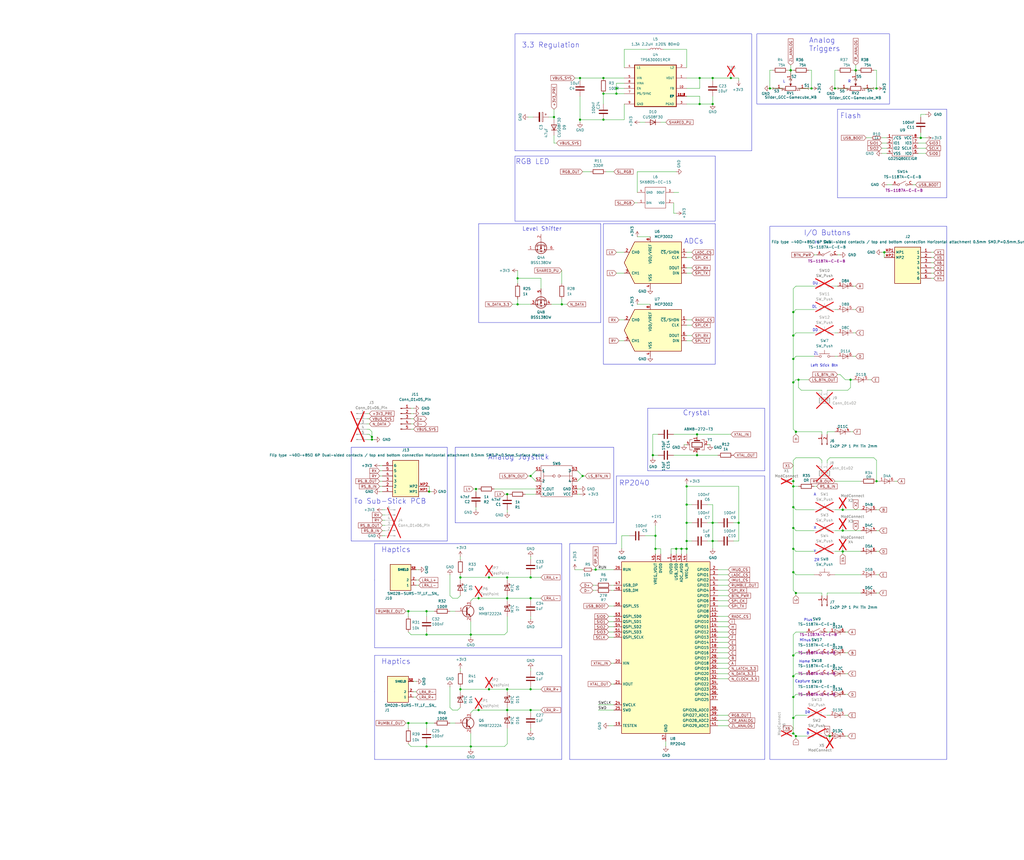
<source format=kicad_sch>
(kicad_sch (version 20231120) (generator "eeschema") (generator_version "8.0")
  (paper "User" 500 420)
  (title_block (title "GCU-Open") (date "2024-10-28") (company "Hand Held Legend, LLC"))
  (junction (at 389.89 185.42))
  (junction (at 247.65 281.94))
  (junction (at 252.73 148.59))
  (junction (at 209.55 240.03))
  (junction (at 335.28 264.16))
  (junction (at 388.62 359.41))
  (junction (at 417.83 34.29))
  (junction (at 387.35 234.95))
  (junction (at 335.28 237.49))
  (junction (at 259.08 336.55))
  (junction (at 407.67 43.18))
  (junction (at 387.35 340.36))
  (junction (at 427.99 234.95))
  (junction (at 387.35 247.65))
  (junction (at 283.21 38.1))
  (junction (at 199.39 353.06))
  (junction (at 387.35 279.4))
  (junction (at 335.28 246.38))
  (junction (at 332.74 267.97))
  (junction (at 356.87 38.1))
  (junction (at 375.92 43.18))
  (junction (at 347.98 255.27))
  (junction (at 290.83 278.13))
  (junction (at 449.58 67.31))
  (junction (at 294.64 38.1))
  (junction (at 411.48 248.92))
  (junction (at 340.36 212.09))
  (junction (at 387.35 175.26))
  (junction (at 208.28 309.88))
  (junction (at 335.28 255.27))
  (junction (at 229.87 364.49))
  (junction (at 340.36 222.25))
  (junction (at 181.61 214.63))
  (junction (at 283.21 58.42))
  (junction (at 199.39 298.45))
  (junction (at 341.63 38.1))
  (junction (at 388.62 210.82))
  (junction (at 411.48 269.24))
  (junction (at 330.2 267.97))
  (junction (at 300.99 43.18))
  (junction (at 388.62 289.56))
  (junction (at 259.08 346.71))
  (junction (at 232.41 238.76))
  (junction (at 270.51 57.15))
  (junction (at 335.28 267.97))
  (junction (at 347.98 50.8))
  (junction (at 233.68 292.1))
  (junction (at 318.77 222.25))
  (junction (at 387.35 163.83))
  (junction (at 387.35 237.49))
  (junction (at 415.29 185.42))
  (junction (at 294.64 58.42))
  (junction (at 387.35 358.14))
  (junction (at 320.04 261.62))
  (junction (at 259.08 292.1))
  (junction (at 208.28 298.45))
  (junction (at 405.13 359.41))
  (junction (at 259.08 281.94))
  (junction (at 431.8 123.19))
  (junction (at 274.32 148.59))
  (junction (at 294.64 45.72))
  (junction (at 347.98 264.16))
  (junction (at 347.98 38.1))
  (junction (at 208.28 353.06))
  (junction (at 387.35 257.81))
  (junction (at 387.35 330.2))
  (junction (at 247.65 346.71))
  (junction (at 387.35 186.69))
  (junction (at 427.99 43.18))
  (junction (at 238.76 336.55))
  (junction (at 247.65 241.3))
  (junction (at 247.65 336.55))
  (junction (at 238.76 281.94))
  (junction (at 259.08 232.41))
  (junction (at 320.04 267.97))
  (junction (at 387.35 267.97))
  (junction (at 386.08 34.29))
  (junction (at 224.79 281.94))
  (junction (at 233.68 346.71))
  (junction (at 252.73 135.89))
  (junction (at 387.35 152.4))
  (junction (at 284.48 232.41))
  (junction (at 208.28 364.49))
  (junction (at 341.63 50.8))
  (junction (at 181.61 213.36))
  (junction (at 411.48 259.08))
  (junction (at 387.35 350.52))
  (junction (at 300.99 45.72))
  (junction (at 396.24 43.18))
  (junction (at 360.68 255.27))
  (junction (at 247.65 292.1))
  (junction (at 229.87 309.88))
  (junction (at 224.79 336.55))
  (junction (at 387.35 320.04))
  (wire (pts (xy 185.42 237.49) (xy 186.69 237.49)))
  (wire (pts (xy 397.51 124.46) (xy 398.78 124.46)))
  (wire (pts (xy 328.93 222.25) (xy 340.36 222.25)))
  (wire (pts (xy 335.28 264.16) (xy 337.82 264.16)))
  (wire (pts (xy 186.69 259.08) (xy 187.96 259.08)))
  (wire (pts (xy 388.62 248.92) (xy 387.35 247.65)))
  (wire (pts (xy 388.62 359.41) (xy 393.7 359.41)))
  (wire (pts (xy 391.16 190.5) (xy 401.32 190.5)))
  (wire (pts (xy 350.52 306.07) (xy 355.6 306.07)))
  (wire (pts (xy 247.65 345.44) (xy 247.65 346.71)))
  (wire (pts (xy 389.89 189.23) (xy 391.16 190.5)))
  (wire (pts (xy 283.21 58.42) (xy 294.64 58.42)))
  (wire (pts (xy 388.62 259.08) (xy 387.35 257.81)))
  (wire (pts (xy 274.32 148.59) (xy 274.32 146.05)))
  (wire (pts (xy 388.62 185.42) (xy 387.35 186.69)))
  (wire (pts (xy 449.58 55.88) (xy 449.58 57.15)))
  (wire (pts (xy 414.02 308.61) (xy 412.75 308.61)))
  (wire (pts (xy 330.2 267.97) (xy 330.2 270.51)))
  (wire (pts (xy 345.44 246.38) (xy 347.98 246.38)))
  (wire (pts (xy 300.99 45.72) (xy 300.99 43.18)))
  (wire (pts (xy 350.52 331.47) (xy 355.6 331.47)))
  (wire (pts (xy 408.94 151.13) (xy 407.67 151.13)))
  (wire (pts (xy 350.52 280.67) (xy 355.6 280.67)))
  (wire (pts (xy 201.93 209.55) (xy 200.66 209.55)))
  (wire (pts (xy 350.52 285.75) (xy 355.6 285.75)))
  (wire (pts (xy 185.42 229.87) (xy 186.69 229.87)))
  (polyline (pts (xy 462.28 96.52) (xy 408.94 96.52)))
  (wire (pts (xy 185.42 234.95) (xy 186.69 234.95)))
  (wire (pts (xy 350.52 288.29) (xy 355.6 288.29)))
  (wire (pts (xy 445.77 90.17) (xy 447.04 90.17)))
  (polyline (pts (xy 182.88 320.04) (xy 274.32 320.04)))
  (wire (pts (xy 199.39 298.45) (xy 199.39 300.99)))
  (wire (pts (xy 430.53 67.31) (xy 433.07 67.31)))
  (wire (pts (xy 307.34 261.62) (xy 303.53 261.62)))
  (wire (pts (xy 350.52 295.91) (xy 355.6 295.91)))
  (wire (pts (xy 388.62 162.56) (xy 387.35 163.83)))
  (wire (pts (xy 314.96 261.62) (xy 320.04 261.62)))
  (wire (pts (xy 271.78 69.85) (xy 270.51 69.85)))
  (wire (pts (xy 294.64 58.42) (xy 304.8 58.42)))
  (wire (pts (xy 281.94 229.87) (xy 284.48 232.41)))
  (wire (pts (xy 330.2 267.97) (xy 332.74 267.97)))
  (polyline (pts (xy 294.64 109.22) (xy 349.25 109.22)))
  (wire (pts (xy 405.13 349.25) (xy 403.86 349.25)))
  (wire (pts (xy 323.85 24.13) (xy 335.28 24.13)))
  (wire (pts (xy 185.42 232.41) (xy 186.69 232.41)))
  (wire (pts (xy 387.35 140.97) (xy 388.62 139.7)))
  (wire (pts (xy 257.81 57.15) (xy 260.35 57.15)))
  (wire (pts (xy 417.83 34.29) (xy 419.1 34.29)))
  (wire (pts (xy 186.69 248.92) (xy 187.96 248.92)))
  (wire (pts (xy 332.74 267.97) (xy 335.28 267.97)))
  (wire (pts (xy 247.65 363.22) (xy 246.38 364.49)))
  (wire (pts (xy 386.08 34.29) (xy 387.35 34.29)))
  (wire (pts (xy 388.62 210.82) (xy 387.35 209.55)))
  (wire (pts (xy 224.79 280.67) (xy 224.79 281.94)))
  (wire (pts (xy 455.93 135.89) (xy 454.66 135.89)))
  (wire (pts (xy 314.96 59.69) (xy 312.42 59.69)))
  (wire (pts (xy 388.62 359.41) (xy 388.62 360.68)))
  (wire (pts (xy 412.75 185.42) (xy 415.29 185.42)))
  (polyline (pts (xy 349.25 76.2) (xy 349.25 107.95)))
  (wire (pts (xy 408.94 124.46) (xy 410.21 124.46)))
  (wire (pts (xy 360.68 255.27) (xy 360.68 264.16)))
  (wire (pts (xy 335.28 50.8) (xy 341.63 50.8)))
  (wire (pts (xy 229.87 309.88) (xy 246.38 309.88)))
  (wire (pts (xy 407.67 234.95) (xy 420.37 234.95)))
  (wire (pts (xy 388.62 151.13) (xy 387.35 152.4)))
  (wire (pts (xy 208.28 308.61) (xy 208.28 309.88)))
  (wire (pts (xy 403.86 210.82) (xy 407.67 210.82)))
  (polyline (pts (xy 274.32 265.43) (xy 274.32 316.23)))
  (wire (pts (xy 219.71 353.06) (xy 222.25 353.06)))
  (polyline (pts (xy 278.13 265.43) (xy 300.99 265.43)))
  (wire (pts (xy 311.15 115.57) (xy 317.5 115.57)))
  (wire (pts (xy 186.69 251.46) (xy 187.96 251.46)))
  (wire (pts (xy 229.87 364.49) (xy 229.87 365.76)))
  (wire (pts (xy 224.79 336.55) (xy 238.76 336.55)))
  (wire (pts (xy 297.18 311.15) (xy 299.72 311.15)))
  (wire (pts (xy 229.87 293.37) (xy 231.14 292.1)))
  (wire (pts (xy 421.64 43.18) (xy 427.99 43.18)))
  (wire (pts (xy 386.08 34.29) (xy 384.81 34.29)))
  (wire (pts (xy 259.08 346.71) (xy 259.08 347.98)))
  (wire (pts (xy 427.99 43.18) (xy 427.99 34.29)))
  (wire (pts (xy 387.35 186.69) (xy 387.35 175.26)))
  (wire (pts (xy 219.71 335.28) (xy 219.71 345.44)))
  (wire (pts (xy 229.87 358.14) (xy 229.87 364.49)))
  (wire (pts (xy 387.35 237.49) (xy 387.35 247.65)))
  (wire (pts (xy 185.42 227.33) (xy 186.69 227.33)))
  (wire (pts (xy 375.92 34.29) (xy 377.19 34.29)))
  (wire (pts (xy 396.24 34.29) (xy 394.97 34.29)))
  (wire (pts (xy 283.21 59.69) (xy 283.21 58.42)))
  (wire (pts (xy 186.69 261.62) (xy 187.96 261.62)))
  (wire (pts (xy 448.31 69.85) (xy 452.12 69.85)))
  (wire (pts (xy 247.65 336.55) (xy 259.08 336.55)))
  (wire (pts (xy 302.26 156.21) (xy 304.8 156.21)))
  (wire (pts (xy 411.48 269.24) (xy 420.37 269.24)))
  (wire (pts (xy 448.31 74.93) (xy 452.12 74.93)))
  (wire (pts (xy 247.65 300.99) (xy 247.65 308.61)))
  (polyline (pts (xy 373.38 232.41) (xy 300.99 232.41)))
  (wire (pts (xy 179.07 214.63) (xy 181.61 214.63)))
  (wire (pts (xy 284.48 83.82) (xy 288.29 83.82)))
  (wire (pts (xy 417.83 139.7) (xy 416.56 139.7)))
  (wire (pts (xy 233.68 238.76) (xy 232.41 238.76)))
  (wire (pts (xy 252.73 132.08) (xy 252.73 135.89)))
  (wire (pts (xy 388.62 269.24) (xy 387.35 267.97)))
  (wire (pts (xy 201.93 337.82) (xy 203.2 337.82)))
  (wire (pts (xy 401.32 210.82) (xy 401.32 212.09)))
  (wire (pts (xy 335.28 236.22) (xy 335.28 237.49)))
  (wire (pts (xy 417.83 173.99) (xy 416.56 173.99)))
  (wire (pts (xy 340.36 220.98) (xy 340.36 222.25)))
  (wire (pts (xy 347.98 255.27) (xy 347.98 264.16)))
  (wire (pts (xy 300.99 133.35) (xy 304.8 133.35)))
  (wire (pts (xy 403.86 289.56) (xy 403.86 290.83)))
  (polyline (pts (xy 274.32 316.23) (xy 182.88 316.23)))
  (wire (pts (xy 257.81 232.41) (xy 259.08 232.41)))
  (wire (pts (xy 407.67 280.67) (xy 420.37 280.67)))
  (wire (pts (xy 416.56 185.42) (xy 415.29 185.42)))
  (wire (pts (xy 274.32 132.08) (xy 274.32 138.43)))
  (wire (pts (xy 259.08 271.78) (xy 259.08 273.05)))
  (wire (pts (xy 208.28 353.06) (xy 212.09 353.06)))
  (wire (pts (xy 448.31 72.39) (xy 452.12 72.39)))
  (wire (pts (xy 350.52 311.15) (xy 355.6 311.15)))
  (wire (pts (xy 425.45 185.42) (xy 424.18 185.42)))
  (wire (pts (xy 350.52 351.79) (xy 355.6 351.79)))
  (wire (pts (xy 350.52 278.13) (xy 355.6 278.13)))
  (polyline (pts (xy 373.38 228.6) (xy 373.38 229.87)))
  (wire (pts (xy 360.68 237.49) (xy 360.68 255.27)))
  (wire (pts (xy 204.47 278.13) (xy 203.2 278.13)))
  (polyline (pts (xy 316.23 199.39) (xy 316.23 229.87)))
  (wire (pts (xy 335.28 133.35) (xy 337.82 133.35)))
  (wire (pts (xy 297.18 354.33) (xy 299.72 354.33)))
  (wire (pts (xy 297.18 308.61) (xy 299.72 308.61)))
  (wire (pts (xy 387.35 247.65) (xy 387.35 257.81)))
  (wire (pts (xy 289.56 278.13) (xy 290.83 278.13)))
  (wire (pts (xy 427.99 289.56) (xy 429.26 289.56)))
  (wire (pts (xy 247.65 241.3) (xy 246.38 241.3)))
  (wire (pts (xy 320.04 256.54) (xy 320.04 261.62)))
  (wire (pts (xy 389.89 185.42) (xy 389.89 189.23)))
  (wire (pts (xy 299.72 344.17) (xy 292.1 344.17)))
  (wire (pts (xy 335.28 264.16) (xy 335.28 267.97)))
  (wire (pts (xy 350.52 328.93) (xy 355.6 328.93)))
  (wire (pts (xy 356.87 38.1) (xy 360.68 38.1)))
  (wire (pts (xy 335.28 255.27) (xy 335.28 264.16)))
  (wire (pts (xy 328.93 104.14) (xy 328.93 99.06)))
  (wire (pts (xy 327.66 267.97) (xy 330.2 267.97)))
  (wire (pts (xy 318.77 222.25) (xy 318.77 223.52)))
  (wire (pts (xy 229.87 309.88) (xy 229.87 311.15)))
  (wire (pts (xy 455.93 130.81) (xy 454.66 130.81)))
  (wire (pts (xy 259.08 148.59) (xy 252.73 148.59)))
  (wire (pts (xy 256.54 241.3) (xy 261.62 241.3)))
  (wire (pts (xy 386.08 31.75) (xy 386.08 34.29)))
  (wire (pts (xy 388.62 328.93) (xy 387.35 330.2)))
  (wire (pts (xy 320.04 261.62) (xy 320.04 267.97)))
  (wire (pts (xy 427.99 269.24) (xy 429.26 269.24)))
  (wire (pts (xy 204.47 283.21) (xy 203.2 283.21)))
  (wire (pts (xy 417.83 34.29) (xy 416.56 34.29)))
  (wire (pts (xy 350.52 308.61) (xy 355.6 308.61)))
  (wire (pts (xy 408.94 182.88) (xy 410.21 182.88)))
  (wire (pts (xy 224.79 271.78) (xy 224.79 273.05)))
  (wire (pts (xy 397.51 151.13) (xy 388.62 151.13)))
  (wire (pts (xy 231.14 346.71) (xy 233.68 346.71)))
  (wire (pts (xy 180.34 209.55) (xy 181.61 210.82)))
  (polyline (pts (xy 185.42 265.43) (xy 274.32 265.43)))
  (wire (pts (xy 387.35 237.49) (xy 389.89 237.49)))
  (wire (pts (xy 284.48 232.41) (xy 285.75 232.41)))
  (wire (pts (xy 387.35 358.14) (xy 388.62 359.41)))
  (wire (pts (xy 427.99 224.79) (xy 427.99 234.95)))
  (wire (pts (xy 283.21 38.1) (xy 294.64 38.1)))
  (wire (pts (xy 259.08 292.1) (xy 259.08 293.37)))
  (wire (pts (xy 294.64 38.1) (xy 304.8 38.1)))
  (wire (pts (xy 347.98 38.1) (xy 347.98 39.37)))
  (wire (pts (xy 396.24 43.18) (xy 389.89 43.18)))
  (wire (pts (xy 311.15 83.82) (xy 330.2 83.82)))
  (wire (pts (xy 388.62 223.52) (xy 387.35 224.79)))
  (wire (pts (xy 397.51 162.56) (xy 388.62 162.56)))
  (wire (pts (xy 259.08 292.1) (xy 264.16 292.1)))
  (wire (pts (xy 208.28 298.45) (xy 208.28 300.99)))
  (wire (pts (xy 208.28 353.06) (xy 208.28 355.6)))
  (wire (pts (xy 430.53 69.85) (xy 433.07 69.85)))
  (polyline (pts (xy 182.88 283.21) (xy 182.88 316.23)))
  (wire (pts (xy 264.16 140.97) (xy 264.16 135.89)))
  (wire (pts (xy 414.02 318.77) (xy 412.75 318.77)))
  (wire (pts (xy 241.3 238.76) (xy 261.62 238.76)))
  (wire (pts (xy 426.72 223.52) (xy 427.99 224.79)))
  (polyline (pts (xy 274.32 370.84) (xy 182.88 370.84)))
  (wire (pts (xy 290.83 276.86) (xy 290.83 278.13)))
  (wire (pts (xy 360.68 264.16) (xy 358.14 264.16)))
  (wire (pts (xy 259.08 280.67) (xy 259.08 281.94)))
  (wire (pts (xy 335.28 158.75) (xy 337.82 158.75)))
  (wire (pts (xy 350.52 303.53) (xy 355.6 303.53)))
  (wire (pts (xy 417.83 31.75) (xy 417.83 34.29)))
  (wire (pts (xy 201.93 207.01) (xy 200.66 207.01)))
  (wire (pts (xy 297.18 303.53) (xy 299.72 303.53)))
  (wire (pts (xy 259.08 326.39) (xy 259.08 327.66)))
  (wire (pts (xy 407.67 34.29) (xy 408.94 34.29)))
  (wire (pts (xy 387.35 340.36) (xy 387.35 350.52)))
  (wire (pts (xy 335.28 255.27) (xy 337.82 255.27)))
  (wire (pts (xy 247.65 346.71) (xy 247.65 347.98)))
  (wire (pts (xy 397.51 269.24) (xy 388.62 269.24)))
  (wire (pts (xy 179.07 209.55) (xy 180.34 209.55)))
  (wire (pts (xy 231.14 292.1) (xy 233.68 292.1)))
  (wire (pts (xy 411.48 259.08) (xy 407.67 259.08)))
  (wire (pts (xy 209.55 240.03) (xy 210.82 240.03)))
  (wire (pts (xy 410.21 182.88) (xy 412.75 185.42)))
  (wire (pts (xy 180.34 204.47) (xy 179.07 204.47)))
  (polyline (pts (xy 462.28 53.34) (xy 462.28 96.52)))
  (wire (pts (xy 185.42 240.03) (xy 186.69 240.03)))
  (wire (pts (xy 294.64 45.72) (xy 294.64 50.8)))
  (wire (pts (xy 405.13 359.41) (xy 403.86 359.41)))
  (wire (pts (xy 405.13 328.93) (xy 403.86 328.93)))
  (wire (pts (xy 332.74 267.97) (xy 332.74 270.51)))
  (wire (pts (xy 199.39 353.06) (xy 199.39 355.6)))
  (wire (pts (xy 327.66 270.51) (xy 327.66 267.97)))
  (wire (pts (xy 180.34 201.93) (xy 179.07 201.93)))
  (polyline (pts (xy 233.68 109.22) (xy 233.68 157.48)))
  (wire (pts (xy 449.58 64.77) (xy 449.58 67.31)))
  (wire (pts (xy 431.8 123.19) (xy 430.53 123.19)))
  (wire (pts (xy 388.62 280.67) (xy 387.35 279.4)))
  (wire (pts (xy 387.35 309.88) (xy 387.35 320.04)))
  (wire (pts (xy 401.32 289.56) (xy 401.32 290.83)))
  (wire (pts (xy 321.31 212.09) (xy 318.77 212.09)))
  (wire (pts (xy 267.97 57.15) (xy 270.51 57.15)))
  (wire (pts (xy 393.7 308.61) (xy 388.62 308.61)))
  (wire (pts (xy 397.51 248.92) (xy 388.62 248.92)))
  (wire (pts (xy 281.94 234.95) (xy 284.48 232.41)))
  (wire (pts (xy 405.13 318.77) (xy 403.86 318.77)))
  (wire (pts (xy 387.35 257.81) (xy 387.35 267.97)))
  (polyline (pts (xy 182.88 265.43) (xy 185.42 265.43)))
  (wire (pts (xy 397.51 173.99) (xy 388.62 173.99)))
  (wire (pts (xy 340.36 213.36) (xy 340.36 212.09)))
  (wire (pts (xy 224.79 281.94) (xy 238.76 281.94)))
  (polyline (pts (xy 349.25 109.22) (xy 349.25 177.8)))
  (wire (pts (xy 259.08 281.94) (xy 264.16 281.94)))
  (wire (pts (xy 281.94 241.3) (xy 283.21 241.3)))
  (wire (pts (xy 388.62 308.61) (xy 387.35 309.88)))
  (polyline (pts (xy 293.37 109.22) (xy 293.37 157.48)))
  (wire (pts (xy 220.98 292.1) (xy 219.71 290.83)))
  (wire (pts (xy 335.28 237.49) (xy 335.28 246.38)))
  (wire (pts (xy 325.12 361.95) (xy 325.12 364.49)))
  (wire (pts (xy 304.8 45.72) (xy 300.99 45.72)))
  (wire (pts (xy 449.58 55.88) (xy 452.12 55.88)))
  (wire (pts (xy 347.98 38.1) (xy 356.87 38.1)))
  (wire (pts (xy 280.67 38.1) (xy 283.21 38.1)))
  (wire (pts (xy 388.62 349.25) (xy 387.35 350.52)))
  (wire (pts (xy 283.21 39.37) (xy 283.21 38.1)))
  (wire (pts (xy 350.52 326.39) (xy 355.6 326.39)))
  (wire (pts (xy 229.87 303.53) (xy 229.87 309.88)))
  (wire (pts (xy 290.83 288.29) (xy 289.56 288.29)))
  (wire (pts (xy 335.28 246.38) (xy 335.28 255.27)))
  (wire (pts (xy 388.62 210.82) (xy 388.62 212.09)))
  (polyline (pts (xy 349.25 177.8) (xy 294.64 177.8)))
  (wire (pts (xy 299.72 285.75) (xy 298.45 285.75)))
  (wire (pts (xy 335.28 38.1) (xy 341.63 38.1)))
  (wire (pts (xy 299.72 288.29) (xy 298.45 288.29)))
  (wire (pts (xy 204.47 285.75) (xy 203.2 285.75)))
  (wire (pts (xy 407.67 162.56) (xy 408.94 162.56)))
  (wire (pts (xy 414.02 190.5) (xy 415.29 189.23)))
  (wire (pts (xy 388.62 289.56) (xy 387.35 288.29)))
  (wire (pts (xy 455.93 133.35) (xy 454.66 133.35)))
  (wire (pts (xy 208.28 309.88) (xy 229.87 309.88)))
  (wire (pts (xy 261.62 234.95) (xy 259.08 232.41)))
  (wire (pts (xy 341.63 43.18) (xy 341.63 38.1)))
  (wire (pts (xy 347.98 246.38) (xy 347.98 255.27)))
  (wire (pts (xy 259.08 355.6) (xy 259.08 356.87)))
  (wire (pts (xy 220.98 292.1) (xy 223.52 292.1)))
  (wire (pts (xy 340.36 212.09) (xy 356.87 212.09)))
  (wire (pts (xy 388.62 173.99) (xy 387.35 175.26)))
  (wire (pts (xy 328.93 104.14) (xy 330.2 104.14)))
  (wire (pts (xy 264.16 135.89) (xy 252.73 135.89)))
  (wire (pts (xy 320.04 267.97) (xy 322.58 267.97)))
  (polyline (pts (xy 353.06 229.87) (xy 373.38 229.87)))
  (wire (pts (xy 454.66 128.27) (xy 455.93 128.27)))
  (wire (pts (xy 247.65 281.94) (xy 247.65 283.21)))
  (wire (pts (xy 232.41 247.65) (xy 232.41 248.92)))
  (wire (pts (xy 199.39 363.22) (xy 200.66 364.49)))
  (wire (pts (xy 269.24 148.59) (xy 274.32 148.59)))
  (wire (pts (xy 328.93 93.98) (xy 331.47 93.98)))
  (wire (pts (xy 350.52 321.31) (xy 355.6 321.31)))
  (wire (pts (xy 387.35 279.4) (xy 387.35 288.29)))
  (polyline (pts (xy 316.23 199.39) (xy 373.38 199.39)))
  (wire (pts (xy 335.28 43.18) (xy 341.63 43.18)))
  (wire (pts (xy 199.39 353.06) (xy 208.28 353.06)))
  (wire (pts (xy 403.86 210.82) (xy 403.86 212.09)))
  (wire (pts (xy 247.65 250.19) (xy 247.65 248.92)))
  (wire (pts (xy 414.02 339.09) (xy 412.75 339.09)))
  (wire (pts (xy 403.86 289.56) (xy 420.37 289.56)))
  (wire (pts (xy 350.52 318.77) (xy 355.6 318.77)))
  (wire (pts (xy 407.67 269.24) (xy 411.48 269.24)))
  (wire (pts (xy 350.52 354.33) (xy 355.6 354.33)))
  (wire (pts (xy 405.13 223.52) (xy 403.86 224.79)))
  (wire (pts (xy 220.98 346.71) (xy 219.71 345.44)))
  (wire (pts (xy 304.8 24.13) (xy 316.23 24.13)))
  (wire (pts (xy 224.79 335.28) (xy 224.79 336.55)))
  (wire (pts (xy 224.79 281.94) (xy 224.79 283.21)))
  (wire (pts (xy 304.8 33.02) (xy 304.8 24.13)))
  (wire (pts (xy 201.93 204.47) (xy 200.66 204.47)))
  (wire (pts (xy 297.18 306.07) (xy 299.72 306.07)))
  (wire (pts (xy 414.02 328.93) (xy 412.75 328.93)))
  (wire (pts (xy 397.51 237.49) (xy 398.78 237.49)))
  (wire (pts (xy 219.71 280.67) (xy 219.71 290.83)))
  (wire (pts (xy 387.35 152.4) (xy 387.35 140.97)))
  (wire (pts (xy 350.52 300.99) (xy 355.6 300.99)))
  (wire (pts (xy 247.65 290.83) (xy 247.65 292.1)))
  (wire (pts (xy 283.21 46.99) (xy 283.21 58.42)))
  (wire (pts (xy 388.62 318.77) (xy 387.35 320.04)))
  (wire (pts (xy 350.52 323.85) (xy 355.6 323.85)))
  (wire (pts (xy 448.31 67.31) (xy 449.58 67.31)))
  (wire (pts (xy 270.51 57.15) (xy 270.51 58.42)))
  (wire (pts (xy 208.28 298.45) (xy 212.09 298.45)))
  (wire (pts (xy 405.13 339.09) (xy 403.86 339.09)))
  (wire (pts (xy 393.7 328.93) (xy 388.62 328.93)))
  (wire (pts (xy 200.66 309.88) (xy 208.28 309.88)))
  (wire (pts (xy 397.51 280.67) (xy 388.62 280.67)))
  (wire (pts (xy 360.68 38.1) (xy 360.68 39.37)))
  (wire (pts (xy 186.69 256.54) (xy 187.96 256.54)))
  (polyline (pts (xy 293.37 157.48) (xy 233.68 157.48)))
  (wire (pts (xy 325.12 59.69) (xy 322.58 59.69)))
  (wire (pts (xy 182.88 214.63) (xy 181.61 214.63)))
  (wire (pts (xy 199.39 308.61) (xy 200.66 309.88)))
  (wire (pts (xy 416.56 210.82) (xy 415.29 210.82)))
  (wire (pts (xy 233.68 292.1) (xy 247.65 292.1)))
  (wire (pts (xy 387.35 224.79) (xy 387.35 234.95)))
  (wire (pts (xy 328.93 212.09) (xy 340.36 212.09)))
  (wire (pts (xy 335.28 46.99) (xy 341.63 46.99)))
  (wire (pts (xy 320.04 267.97) (xy 320.04 270.51)))
  (wire (pts (xy 422.91 67.31) (xy 425.45 67.31)))
  (wire (pts (xy 387.35 330.2) (xy 387.35 340.36)))
  (wire (pts (xy 335.28 166.37) (xy 337.82 166.37)))
  (polyline (pts (xy 182.88 337.82) (xy 182.88 370.84)))
  (wire (pts (xy 281.94 238.76) (xy 283.21 238.76)))
  (wire (pts (xy 396.24 34.29) (xy 396.24 43.18)))
  (wire (pts (xy 347.98 255.27) (xy 350.52 255.27)))
  (wire (pts (xy 387.35 350.52) (xy 387.35 358.14)))
  (wire (pts (xy 393.7 318.77) (xy 388.62 318.77)))
  (wire (pts (xy 347.98 264.16) (xy 347.98 267.97)))
  (wire (pts (xy 304.8 43.18) (xy 300.99 43.18)))
  (wire (pts (xy 414.02 349.25) (xy 412.75 349.25)))
  (polyline (pts (xy 353.06 229.87) (xy 316.23 229.87)))
  (wire (pts (xy 417.83 162.56) (xy 416.56 162.56)))
  (wire (pts (xy 417.83 151.13) (xy 416.56 151.13)))
  (wire (pts (xy 198.12 298.45) (xy 199.39 298.45)))
  (wire (pts (xy 311.15 93.98) (xy 311.15 83.82)))
  (wire (pts (xy 350.52 316.23) (xy 355.6 316.23)))
  (wire (pts (xy 408.94 139.7) (xy 407.67 139.7)))
  (wire (pts (xy 388.62 339.09) (xy 387.35 340.36)))
  (wire (pts (xy 340.36 222.25) (xy 350.52 222.25)))
  (wire (pts (xy 388.62 289.56) (xy 388.62 290.83)))
  (wire (pts (xy 414.02 359.41) (xy 412.75 359.41)))
  (wire (pts (xy 300.99 123.19) (xy 304.8 123.19)))
  (wire (pts (xy 208.28 363.22) (xy 208.28 364.49)))
  (wire (pts (xy 186.69 254) (xy 187.96 254)))
  (wire (pts (xy 350.52 290.83) (xy 355.6 290.83)))
  (wire (pts (xy 224.79 290.83) (xy 223.52 292.1)))
  (wire (pts (xy 411.48 270.51) (xy 411.48 269.24)))
  (wire (pts (xy 401.32 289.56) (xy 388.62 289.56)))
  (wire (pts (xy 298.45 323.85) (xy 299.72 323.85)))
  (wire (pts (xy 304.8 40.64) (xy 300.99 40.64)))
  (polyline (pts (xy 300.99 232.41) (xy 300.99 265.43)))
  (wire (pts (xy 232.41 240.03) (xy 232.41 238.76)))
  (wire (pts (xy 335.28 156.21) (xy 337.82 156.21)))
  (wire (pts (xy 229.87 347.98) (xy 231.14 346.71)))
  (wire (pts (xy 250.19 148.59) (xy 252.73 148.59)))
  (wire (pts (xy 290.83 278.13) (xy 299.72 278.13)))
  (wire (pts (xy 299.72 346.71) (xy 292.1 346.71)))
  (wire (pts (xy 297.18 300.99) (xy 299.72 300.99)))
  (wire (pts (xy 321.31 222.25) (xy 318.77 222.25)))
  (polyline (pts (xy 278.13 370.84) (xy 373.38 370.84)))
  (wire (pts (xy 341.63 50.8) (xy 347.98 50.8)))
  (wire (pts (xy 290.83 285.75) (xy 289.56 285.75)))
  (wire (pts (xy 198.12 353.06) (xy 199.39 353.06)))
  (polyline (pts (xy 408.94 53.34) (xy 462.28 53.34)))
  (wire (pts (xy 350.52 349.25) (xy 355.6 349.25)))
  (wire (pts (xy 337.82 246.38) (xy 335.28 246.38)))
  (wire (pts (xy 247.65 292.1) (xy 259.08 292.1)))
  (wire (pts (xy 345.44 255.27) (xy 347.98 255.27)))
  (wire (pts (xy 247.65 346.71) (xy 259.08 346.71)))
  (wire (pts (xy 247.65 281.94) (xy 259.08 281.94)))
  (polyline (pts (xy 373.38 199.39) (xy 373.38 228.6)))
  (polyline (pts (xy 278.13 265.43) (xy 278.13 370.84)))
  (wire (pts (xy 407.67 173.99) (xy 408.94 173.99)))
  (wire (pts (xy 304.8 58.42) (xy 304.8 50.8)))
  (wire (pts (xy 179.07 212.09) (xy 180.34 212.09)))
  (wire (pts (xy 318.77 212.09) (xy 318.77 222.25)))
  (wire (pts (xy 341.63 46.99) (xy 341.63 50.8)))
  (wire (pts (xy 420.37 248.92) (xy 411.48 248.92)))
  (wire (pts (xy 294.64 45.72) (xy 300.99 45.72)))
  (wire (pts (xy 201.93 201.93) (xy 200.66 201.93)))
  (wire (pts (xy 393.7 339.09) (xy 388.62 339.09)))
  (polyline (pts (xy 274.32 320.04) (xy 274.32 370.84)))
  (wire (pts (xy 219.71 298.45) (xy 222.25 298.45)))
  (wire (pts (xy 309.88 99.06) (xy 311.15 99.06)))
  (wire (pts (xy 403.86 190.5) (xy 414.02 190.5)))
  (wire (pts (xy 405.13 223.52) (xy 426.72 223.52)))
  (wire (pts (xy 247.65 355.6) (xy 247.65 363.22)))
  (wire (pts (xy 427.99 34.29) (xy 426.72 34.29)))
  (wire (pts (xy 387.35 186.69) (xy 387.35 209.55)))
  (wire (pts (xy 387.35 320.04) (xy 387.35 330.2)))
  (polyline (pts (xy 182.88 283.21) (xy 182.88 265.43)))
  (wire (pts (xy 411.48 248.92) (xy 407.67 248.92)))
  (wire (pts (xy 358.14 255.27) (xy 360.68 255.27)))
  (wire (pts (xy 181.61 213.36) (xy 181.61 214.63)))
  (polyline (pts (xy 294.64 109.22) (xy 294.64 177.8)))
  (wire (pts (xy 341.63 38.1) (xy 347.98 38.1)))
  (wire (pts (xy 238.76 281.94) (xy 247.65 281.94)))
  (wire (pts (xy 180.34 207.01) (xy 179.07 207.01)))
  (wire (pts (xy 347.98 46.99) (xy 347.98 50.8)))
  (wire (pts (xy 224.79 345.44) (xy 223.52 346.71)))
  (wire (pts (xy 415.29 185.42) (xy 415.29 189.23)))
  (wire (pts (xy 299.72 334.01) (xy 298.45 334.01)))
  (wire (pts (xy 401.32 224.79) (xy 401.32 226.06)))
  (wire (pts (xy 401.32 210.82) (xy 388.62 210.82)))
  (wire (pts (xy 430.53 74.93) (xy 433.07 74.93)))
  (wire (pts (xy 252.73 135.89) (xy 252.73 138.43)))
  (wire (pts (xy 397.51 259.08) (xy 388.62 259.08)))
  (wire (pts (xy 449.58 67.31) (xy 452.12 67.31)))
  (wire (pts (xy 297.18 295.91) (xy 299.72 295.91)))
  (wire (pts (xy 270.51 53.34) (xy 270.51 57.15)))
  (wire (pts (xy 261.62 229.87) (xy 259.08 232.41)))
  (wire (pts (xy 431.8 123.19) (xy 431.8 125.73)))
  (wire (pts (xy 259.08 335.28) (xy 259.08 336.55)))
  (polyline (pts (xy 408.94 53.34) (xy 408.94 96.52)))
  (wire (pts (xy 387.35 175.26) (xy 387.35 163.83)))
  (wire (pts (xy 400.05 223.52) (xy 388.62 223.52)))
  (wire (pts (xy 238.76 336.55) (xy 247.65 336.55)))
  (wire (pts (xy 247.65 292.1) (xy 247.65 293.37)))
  (wire (pts (xy 393.7 349.25) (xy 388.62 349.25)))
  (wire (pts (xy 433.07 90.17) (xy 435.61 90.17)))
  (wire (pts (xy 401.32 224.79) (xy 400.05 223.52)))
  (wire (pts (xy 232.41 238.76) (xy 231.14 238.76)))
  (wire (pts (xy 420.37 259.08) (xy 411.48 259.08)))
  (wire (pts (xy 270.51 69.85) (xy 270.51 66.04)))
  (wire (pts (xy 209.55 237.49) (xy 209.55 240.03)))
  (wire (pts (xy 224.79 336.55) (xy 224.79 337.82)))
  (wire (pts (xy 389.89 185.42) (xy 388.62 185.42)))
  (wire (pts (xy 335.28 123.19) (xy 337.82 123.19)))
  (wire (pts (xy 311.15 148.59) (xy 317.5 148.59)))
  (wire (pts (xy 375.92 43.18) (xy 375.92 34.29)))
  (wire (pts (xy 427.99 259.08) (xy 429.26 259.08)))
  (wire (pts (xy 414.02 43.18) (xy 407.67 43.18)))
  (wire (pts (xy 389.89 185.42) (xy 394.97 185.42)))
  (wire (pts (xy 347.98 264.16) (xy 350.52 264.16)))
  (wire (pts (xy 208.28 364.49) (xy 229.87 364.49)))
  (wire (pts (xy 322.58 267.97) (xy 322.58 270.51)))
  (wire (pts (xy 360.68 237.49) (xy 335.28 237.49)))
  (wire (pts (xy 455.93 125.73) (xy 454.66 125.73)))
  (wire (pts (xy 387.35 234.95) (xy 387.35 237.49)))
  (wire (pts (xy 388.62 139.7) (xy 397.51 139.7)))
  (polyline (pts (xy 251.46 76.2) (xy 349.25 76.2)))
  (wire (pts (xy 229.87 364.49) (xy 246.38 364.49)))
  (wire (pts (xy 403.86 224.79) (xy 403.86 226.06)))
  (wire (pts (xy 407.67 43.18) (xy 407.67 34.29)))
  (wire (pts (xy 335.28 24.13) (xy 335.28 33.02)))
  (wire (pts (xy 335.28 267.97) (xy 335.28 270.51)))
  (wire (pts (xy 259.08 300.99) (xy 259.08 302.26)))
  (wire (pts (xy 350.52 293.37) (xy 355.6 293.37)))
  (wire (pts (xy 247.65 308.61) (xy 246.38 309.88)))
  (wire (pts (xy 335.28 130.81) (xy 337.82 130.81)))
  (wire (pts (xy 350.52 313.69) (xy 355.6 313.69)))
  (wire (pts (xy 220.98 346.71) (xy 223.52 346.71)))
  (polyline (pts (xy 349.25 107.95) (xy 251.46 107.95)))
  (wire (pts (xy 347.98 264.16) (xy 345.44 264.16)))
  (wire (pts (xy 405.13 308.61) (xy 403.86 308.61)))
  (wire (pts (xy 350.52 283.21) (xy 355.6 283.21)))
  (wire (pts (xy 436.88 234.95) (xy 438.15 234.95)))
  (wire (pts (xy 201.93 340.36) (xy 203.2 340.36)))
  (wire (pts (xy 280.67 278.13) (xy 284.48 278.13)))
  (polyline (pts (xy 233.68 109.22) (xy 293.37 109.22)))
  (wire (pts (xy 387.35 267.97) (xy 387.35 279.4)))
  (wire (pts (xy 180.34 212.09) (xy 181.61 213.36)))
  (wire (pts (xy 382.27 43.18) (xy 375.92 43.18)))
  (wire (pts (xy 430.53 72.39) (xy 433.07 72.39)))
  (wire (pts (xy 248.92 241.3) (xy 247.65 241.3)))
  (wire (pts (xy 252.73 148.59) (xy 252.73 146.05)))
  (wire (pts (xy 201.93 199.39) (xy 200.66 199.39)))
  (wire (pts (xy 335.28 163.83) (xy 337.82 163.83)))
  (wire (pts (xy 295.91 83.82) (xy 299.72 83.82)))
  (polyline (pts (xy 373.38 370.84) (xy 373.38 232.41)))
  (polyline (pts (xy 182.88 337.82) (xy 182.88 320.04)))
  (wire (pts (xy 334.01 217.17) (xy 335.28 217.17)))
  (wire (pts (xy 345.44 217.17) (xy 346.71 217.17)))
  (wire (pts (xy 259.08 346.71) (xy 264.16 346.71)))
  (wire (pts (xy 455.93 123.19) (xy 454.66 123.19)))
  (wire (pts (xy 303.53 261.62) (xy 303.53 267.97)))
  (wire (pts (xy 335.28 125.73) (xy 337.82 125.73)))
  (wire (pts (xy 387.35 163.83) (xy 387.35 152.4)))
  (wire (pts (xy 274.32 148.59) (xy 276.86 148.59)))
  (wire (pts (xy 247.65 336.55) (xy 247.65 337.82)))
  (polyline (pts (xy 251.46 76.2) (xy 251.46 107.95)))
  (wire (pts (xy 200.66 364.49) (xy 208.28 364.49)))
  (wire (pts (xy 427.99 248.92) (xy 429.26 248.92)))
  (wire (pts (xy 300.99 43.18) (xy 300.99 40.64)))
  (wire (pts (xy 181.61 210.82) (xy 181.61 213.36)))
  (wire (pts (xy 199.39 298.45) (xy 208.28 298.45)))
  (wire (pts (xy 427.99 234.95) (xy 429.26 234.95)))
  (wire (pts (xy 201.93 332.74) (xy 203.2 332.74)))
  (wire (pts (xy 233.68 346.71) (xy 247.65 346.71)))
  (wire (pts (xy 386.08 39.37) (xy 386.08 34.29)))
  (wire (pts (xy 259.08 336.55) (xy 264.16 336.55)))
  (wire (pts (xy 417.83 39.37) (xy 417.83 34.29)))
  (wire (pts (xy 224.79 326.39) (xy 224.79 327.66)))
  (wire (pts (xy 302.26 166.37) (xy 304.8 166.37)))
  (wire (pts (xy 427.99 280.67) (xy 429.26 280.67)))
  (rectangle (start 375.92 110.49) (end 462.28 370.84))
  (rectangle (start 251.46 16.51) (end 367.03 73.66))
  (rectangle (start 369.57 16.51) (end 434.34 50.8))
  (rectangle (start 171.45 218.44) (end 218.44 264.16))
  (rectangle (start 222.25 218.44) (end 299.72 255.27))
  (text "A" (at 397.256 242.316 0) (effects (font (size 1.27 1.27)) (justify left bottom)))
  (text "DL" (at 396.494 150.622 0) (effects (font (size 1.27 1.27)) (justify left bottom)))
  (text "Left Stick Btn" (at 395.732 179.324 0) (effects (font (size 1.27 1.27)) (justify left bottom)))
  (text "To Sub-Stick PCB" (at 172.72 246.38 0) (effects (font (size 2.54 2.54)) (justify left bottom)))
  (text "Minus" (at 390.398 313.436 0) (effects (font (size 1.27 1.27)) (justify left bottom)))
  (text "DU" (at 396.748 139.192 0) (effects (font (size 1.27 1.27)) (justify left bottom)))
  (text "RP2040" (at 302.26 237.49 0) (effects (font (size 2.54 2.54)) (justify left bottom)))
  (text "Crystal" (at 333.375 203.2 0) (effects (font (size 2.54 2.54)) (justify left bottom)))
  (text "RGB LED" (at 251.714 80.518 0) (effects (font (size 2.54 2.54)) (justify left bottom)))
  (text "Fn" (at 397.764 119.38 0) (effects (font (size 1.27 1.27)) (justify left bottom)))
  (text "Plus" (at 392.43 303.53 0) (effects (font (size 1.27 1.27)) (justify left bottom)))
  (text "L" (at 382.27 40.64 0) (effects (font (size 1.27 1.27)) (justify left bottom)))
  (text "ADCs" (at 334.01 119.38 0) (effects (font (size 2.54 2.54)) (justify left bottom)))
  (text "Analog Joystick" (at 238.252 224.79 0) (effects (font (size 2.54 2.54)) (justify left bottom)))
  (text "Haptics\n" (at 186.182 270.002 0) (effects (font (size 2.54 2.54)) (justify left bottom)))
  (text "Haptics\n" (at 186.182 324.612 0) (effects (font (size 2.54 2.54)) (justify left bottom)))
  (text "Flash" (at 410.21 58.166 0) (effects (font (size 2.54 2.54)) (justify left bottom)))
  (text "B" (at 393.7 358.902 0) (effects (font (size 1.27 1.27)) (justify left bottom)))
  (text "ZR" (at 397.51 274.32 0) (effects (font (size 1.27 1.27)) (justify left bottom)))
  (text "DD" (at 396.748 162.052 0) (effects (font (size 1.27 1.27)) (justify left bottom)))
  (text "DR" (at 392.938 348.742 0) (effects (font (size 1.27 1.27)) (justify left bottom)))
  (text "Y" (at 397.256 270.002 0) (effects (font (size 1.27 1.27)) (justify left bottom)))
  (text "3.3 Regulation" (at 254.762 23.622 0) (effects (font (size 2.54 2.54)) (justify left bottom)))
  (text "I/O Buttons" (at 392.43 115.316 0) (effects (font (size 2.54 2.54)) (justify left bottom)))
  (text "Analog\nTriggers" (at 394.97 25.4 0) (effects (font (size 2.54 2.54)) (justify left bottom)))
  (text "X" (at 397.256 258.572 0) (effects (font (size 1.27 1.27)) (justify left bottom)))
  (text "Capture" (at 388.112 333.502 0) (effects (font (size 1.27 1.27)) (justify left bottom)))
  (text "Home" (at 390.144 323.85 0) (effects (font (size 1.27 1.27)) (justify left bottom)))
  (text "ZL" (at 397.256 173.482 0) (effects (font (size 1.27 1.27)) (justify left bottom)))
  (text "R" (at 414.02 40.64 0) (effects (font (size 1.27 1.27)) (justify left bottom)))
  (text "Level Shifter\n" (at 274.32 113.03 0) (effects (font (size 2.0066 2.0066)) (justify right bottom)))
  (label "RUN" (at 292.1 278.13 0))
  (label "SWD" (at 292.1 346.71 0))
  (label "SWCLK" (at 292.1 344.17 0))
  (global_label "IMU1_CS" (shape input) (at 355.6 283.21 0) (property "Intersheetrefs" "${INTERSHEET_REFS}" (effects (hide yes))))
  (global_label "X5" (shape input) (at 403.86 359.41 90) (property "Intersheetrefs" "${INTERSHEET_REFS}" (effects (hide yes))))
  (global_label "X1" (shape input) (at 387.35 227.33 180) (property "Intersheetrefs" "${INTERSHEET_REFS}" (effects (hide yes))))
  (global_label "USB_BOOT" (shape input) (at 297.18 295.91 180) (property "Intersheetrefs" "${INTERSHEET_REFS}" (effects (hide yes))))
  (global_label "SIO0" (shape input) (at 452.12 74.93 0) (property "Intersheetrefs" "${INTERSHEET_REFS}" (effects (hide yes))))
  (global_label "N_LATCH_3.3" (shape input) (at 355.6 326.39 0) (property "Intersheetrefs" "${INTERSHEET_REFS}" (effects (hide yes))))
  (global_label "N_DATA_3.3" (shape input) (at 355.6 328.93 0) (property "Intersheetrefs" "${INTERSHEET_REFS}" (effects (hide yes))))
  (global_label "VBUS_SYS" (shape input) (at 180.34 204.47 0) (property "Intersheetrefs" "${INTERSHEET_REFS}" (effects (hide yes))))
  (global_label "B" (shape input) (at 429.26 248.92 0) (property "Intersheetrefs" "${INTERSHEET_REFS}" (effects (hide yes))))
  (global_label "LS_BTN_OUT" (shape input) (at 257.81 232.41 180) (property "Intersheetrefs" "${INTERSHEET_REFS}" (effects (hide yes))))
  (global_label "X3" (shape input) (at 417.83 259.08 90) (property "Intersheetrefs" "${INTERSHEET_REFS}" (effects (hide yes))))
  (global_label "F" (shape input) (at 355.6 311.15 0) (property "Intersheetrefs" "${INTERSHEET_REFS}" (effects (hide yes))))
  (global_label "LS_BTN_OUT" (shape input) (at 394.97 185.42 0) (property "Intersheetrefs" "${INTERSHEET_REFS}" (effects (hide yes))))
  (global_label "F" (shape input) (at 414.02 359.41 0) (property "Intersheetrefs" "${INTERSHEET_REFS}" (effects (hide yes))))
  (global_label "A" (shape input) (at 438.15 234.95 0) (property "Intersheetrefs" "${INTERSHEET_REFS}" (effects (hide yes))))
  (global_label "D" (shape input) (at 355.6 316.23 0) (property "Intersheetrefs" "${INTERSHEET_REFS}" (effects (hide yes))))
  (global_label "XTAL_OUT" (shape input) (at 298.45 334.01 180) (property "Intersheetrefs" "${INTERSHEET_REFS}" (effects (hide yes))))
  (global_label "SPI_CK" (shape input) (at 355.6 293.37 0) (property "Intersheetrefs" "${INTERSHEET_REFS}" (effects (hide yes))))
  (global_label "SCLK" (shape input) (at 297.18 311.15 180) (property "Intersheetrefs" "${INTERSHEET_REFS}" (effects (hide yes))))
  (global_label "RADC_CS" (shape input) (at 355.6 300.99 0) (property "Intersheetrefs" "${INTERSHEET_REFS}" (effects (hide yes))))
  (global_label "+3V3_PRE" (shape input) (at 180.34 201.93 0) (property "Intersheetrefs" "${INTERSHEET_REFS}" (effects (hide yes))))
  (global_label "X4" (shape input) (at 455.93 135.89 0) (property "Intersheetrefs" "${INTERSHEET_REFS}" (effects (hide yes))))
  (global_label "G" (shape input) (at 388.62 290.83 270) (property "Intersheetrefs" "${INTERSHEET_REFS}" (effects (hide yes))))
  (global_label "USB_BOOT" (shape input) (at 447.04 90.17 0) (property "Intersheetrefs" "${INTERSHEET_REFS}" (effects (hide yes))))
  (global_label "+3V3_PRE" (shape input) (at 270.51 53.34 90) (property "Intersheetrefs" "${INTERSHEET_REFS}" (effects (hide yes))))
  (global_label "ZL_ANALOG" (shape input) (at 386.08 31.75 90) (property "Intersheetrefs" "${INTERSHEET_REFS}" (effects (hide yes))))
  (global_label "SIO3" (shape input) (at 452.12 69.85 0) (property "Intersheetrefs" "${INTERSHEET_REFS}" (effects (hide yes))))
  (global_label "LS_BTN_IN" (shape input) (at 408.94 182.88 180) (property "Intersheetrefs" "${INTERSHEET_REFS}" (effects (hide yes))))
  (global_label "X2" (shape input) (at 455.93 130.81 0) (property "Intersheetrefs" "${INTERSHEET_REFS}" (effects (hide yes))))
  (global_label "RY" (shape input) (at 185.42 232.41 180) (property "Intersheetrefs" "${INTERSHEET_REFS}" (effects (hide yes))))
  (global_label "SPI_CK" (shape input) (at 337.82 158.75 0) (property "Intersheetrefs" "${INTERSHEET_REFS}" (effects (hide yes))))
  (global_label "I" (shape input) (at 355.6 303.53 0) (property "Intersheetrefs" "${INTERSHEET_REFS}" (effects (hide yes))))
  (global_label "A" (shape input) (at 417.83 139.7 0) (property "Intersheetrefs" "${INTERSHEET_REFS}" (effects (hide yes))))
  (global_label "SIO2" (shape input) (at 430.53 72.39 180) (property "Intersheetrefs" "${INTERSHEET_REFS}" (effects (hide yes))))
  (global_label "SPI_RX" (shape input) (at 337.82 163.83 0) (property "Intersheetrefs" "${INTERSHEET_REFS}" (effects (hide yes))))
  (global_label "LADC_CS" (shape input) (at 355.6 280.67 0) (property "Intersheetrefs" "${INTERSHEET_REFS}" (effects (hide yes))))
  (global_label "SCLK" (shape input) (at 452.12 72.39 0) (property "Intersheetrefs" "${INTERSHEET_REFS}" (effects (hide yes))))
  (global_label "BTN_PWR" (shape input) (at 397.51 124.46 180) (property "Intersheetrefs" "${INTERSHEET_REFS}" (effects (hide yes))))
  (global_label "LRA_L+" (shape input) (at 264.16 281.94 0) (property "Intersheetrefs" "${INTERSHEET_REFS}" (effects (hide yes))))
  (global_label "RGB_OUT" (shape input) (at 355.6 349.25 0) (property "Intersheetrefs" "${INTERSHEET_REFS}" (effects (hide yes))))
  (global_label "LRA_L-" (shape input) (at 264.16 292.1 0) (property "Intersheetrefs" "${INTERSHEET_REFS}" (effects (hide yes))))
  (global_label "X5" (shape input) (at 455.93 125.73 0) (property "Intersheetrefs" "${INTERSHEET_REFS}" (effects (hide yes))))
  (global_label "E" (shape input) (at 425.45 185.42 0) (property "Intersheetrefs" "${INTERSHEET_REFS}" (effects (hide yes))))
  (global_label "H" (shape input) (at 355.6 306.07 0) (property "Intersheetrefs" "${INTERSHEET_REFS}" (effects (hide yes))))
  (global_label "RY" (shape input) (at 186.69 254 180) (property "Intersheetrefs" "${INTERSHEET_REFS}" (effects (hide yes))))
  (global_label "B" (shape input) (at 417.83 151.13 0) (property "Intersheetrefs" "${INTERSHEET_REFS}" (effects (hide yes))))
  (global_label "RADC_CS" (shape input) (at 337.82 156.21 0) (property "Intersheetrefs" "${INTERSHEET_REFS}" (effects (hide yes))))
  (global_label "SIO0" (shape input) (at 297.18 300.99 180) (property "Intersheetrefs" "${INTERSHEET_REFS}" (effects (hide yes))))
  (global_label "SL_RGB" (shape input) (at 309.88 99.06 180) (property "Intersheetrefs" "${INTERSHEET_REFS}" (effects (hide yes))))
  (global_label "SPI_TX" (shape input) (at 337.82 166.37 0) (property "Intersheetrefs" "${INTERSHEET_REFS}" (effects (hide yes))))
  (global_label "XTAL_OUT" (shape input) (at 358.14 222.25 0) (property "Intersheetrefs" "${INTERSHEET_REFS}" (effects (hide yes))))
  (global_label "E" (shape input) (at 414.02 349.25 0) (property "Intersheetrefs" "${INTERSHEET_REFS}" (effects (hide yes))))
  (global_label "N_DATA_3.3" (shape input) (at 250.19 148.59 180) (property "Intersheetrefs" "${INTERSHEET_REFS}" (effects (hide yes))))
  (global_label "LRA_R-" (shape input) (at 203.2 337.82 0) (property "Intersheetrefs" "${INTERSHEET_REFS}" (effects (hide yes))))
  (global_label "LY" (shape input) (at 300.99 133.35 180) (property "Intersheetrefs" "${INTERSHEET_REFS}" (effects (hide yes))))
  (global_label "USB_BOOT" (shape input) (at 422.91 67.31 180) (property "Intersheetrefs" "${INTERSHEET_REFS}" (effects (hide yes))))
  (global_label "X3" (shape input) (at 455.93 133.35 0) (property "Intersheetrefs" "${INTERSHEET_REFS}" (effects (hide yes))))
  (global_label "N_DATA" (shape bidirectional) (at 180.34 207.01 0) (property "Intersheetrefs" "${INTERSHEET_REFS}" (effects (hide yes))))
  (global_label "RUMBLE_OUT" (shape input) (at 198.12 353.06 180) (property "Intersheetrefs" "${INTERSHEET_REFS}" (effects (hide yes))))
  (global_label "C" (shape input) (at 355.6 318.77 0) (property "Intersheetrefs" "${INTERSHEET_REFS}" (effects (hide yes))))
  (global_label "LRA_R-" (shape input) (at 264.16 346.71 0) (property "Intersheetrefs" "${INTERSHEET_REFS}" (effects (hide yes))))
  (global_label "RY" (shape input) (at 302.26 166.37 180) (property "Intersheetrefs" "${INTERSHEET_REFS}" (effects (hide yes))))
  (global_label "SIO2" (shape input) (at 297.18 306.07 180) (property "Intersheetrefs" "${INTERSHEET_REFS}" (effects (hide yes))))
  (global_label "RGB_OUT" (shape input) (at 284.48 83.82 180) (property "Intersheetrefs" "${INTERSHEET_REFS}" (effects (hide yes))))
  (global_label "X2" (shape input) (at 417.83 248.92 90) (property "Intersheetrefs" "${INTERSHEET_REFS}" (effects (hide yes))))
  (global_label "SHARED_PU" (shape input) (at 274.32 132.08 180) (property "Intersheetrefs" "${INTERSHEET_REFS}" (effects (hide yes))))
  (global_label "LY" (shape input) (at 231.14 238.76 180) (property "Intersheetrefs" "${INTERSHEET_REFS}" (effects (hide yes))))
  (global_label "A" (shape input) (at 355.6 323.85 0) (property "Intersheetrefs" "${INTERSHEET_REFS}" (effects (hide yes))))
  (global_label "RS_B_OUT" (shape input) (at 407.67 234.95 180) (property "Intersheetrefs" "${INTERSHEET_REFS}" (effects (hide yes))))
  (global_label "RX" (shape input) (at 186.69 251.46 180) (property "Intersheetrefs" "${INTERSHEET_REFS}" (effects (hide yes))))
  (global_label "H" (shape input) (at 388.62 212.09 270) (property "Intersheetrefs" "${INTERSHEET_REFS}" (effects (hide yes))))
  (global_label "SHARED_PU" (shape input) (at 325.12 59.69 0) (property "Intersheetrefs" "${INTERSHEET_REFS}" (effects (hide yes))))
  (global_label "SIO1" (shape input) (at 297.18 303.53 180) (property "Intersheetrefs" "${INTERSHEET_REFS}" (effects (hide yes))))
  (global_label "XTAL_IN" (shape input) (at 298.45 323.85 180) (property "Intersheetrefs" "${INTERSHEET_REFS}" (effects (hide yes))))
  (global_label "IMU0_CS" (shape input) (at 355.6 278.13 0) (property "Intersheetrefs" "${INTERSHEET_REFS}" (effects (hide yes))))
  (global_label "G" (shape input) (at 355.6 308.61 0) (property "Intersheetrefs" "${INTERSHEET_REFS}" (effects (hide yes))))
  (global_label "BTN_PWR" (shape input) (at 355.6 290.83 0) (property "Intersheetrefs" "${INTERSHEET_REFS}" (effects (hide yes))))
  (global_label "LADC_CS" (shape input) (at 337.82 123.19 0) (property "Intersheetrefs" "${INTERSHEET_REFS}" (effects (hide yes))))
  (global_label "D" (shape input) (at 429.26 269.24 0) (property "Intersheetrefs" "${INTERSHEET_REFS}" (effects (hide yes))))
  (global_label "A" (shape input) (at 414.02 308.61 0) (property "Intersheetrefs" "${INTERSHEET_REFS}" (effects (hide yes))))
  (global_label "SL_RGB" (shape input) (at 299.72 83.82 0) (property "Intersheetrefs" "${INTERSHEET_REFS}" (effects (hide yes))))
  (global_label "RS_B_IN" (shape input) (at 186.69 259.08 180) (property "Intersheetrefs" "${INTERSHEET_REFS}" (effects (hide yes))))
  (global_label "RX" (shape input) (at 302.26 156.21 180) (property "Intersheetrefs" "${INTERSHEET_REFS}" (effects (hide yes))))
  (global_label "C" (shape input) (at 429.26 259.08 0) (property "Intersheetrefs" "${INTERSHEET_REFS}" (effects (hide yes))))
  (global_label "D+" (shape bidirectional) (at 289.56 285.75 180) (property "Intersheetrefs" "${INTERSHEET_REFS}" (effects (hide yes))))
  (global_label "ZL_ANALOG" (shape input) (at 355.6 354.33 0) (property "Intersheetrefs" "${INTERSHEET_REFS}" (effects (hide yes))))
  (global_label "D-" (shape bidirectional) (at 289.56 288.29 180) (property "Intersheetrefs" "${INTERSHEET_REFS}" (effects (hide yes))))
  (global_label "F" (shape input) (at 416.56 210.82 0) (property "Intersheetrefs" "${INTERSHEET_REFS}" (effects (hide yes))))
  (global_label "VBUS_SYS" (shape input) (at 201.93 209.55 0) (property "Intersheetrefs" "${INTERSHEET_REFS}" (effects (hide yes))))
  (global_label "VBUS_SYS" (shape input) (at 280.67 38.1 180) (property "Intersheetrefs" "${INTERSHEET_REFS}" (effects (hide yes))))
  (global_label "D" (shape input) (at 417.83 173.99 0) (property "Intersheetrefs" "${INTERSHEET_REFS}" (effects (hide yes))))
  (global_label "X1" (shape input) (at 455.93 123.19 0) (property "Intersheetrefs" "${INTERSHEET_REFS}" (effects (hide yes))))
  (global_label "RS_B_OUT" (shape input) (at 186.69 256.54 180) (property "Intersheetrefs" "${INTERSHEET_REFS}" (effects (hide yes))))
  (global_label "SIO1" (shape input) (at 430.53 69.85 180) (property "Intersheetrefs" "${INTERSHEET_REFS}" (effects (hide yes))))
  (global_label "RUMBLE_OUT" (shape input) (at 355.6 285.75 0) (property "Intersheetrefs" "${INTERSHEET_REFS}" (effects (hide yes))))
  (global_label "RP_RUN" (shape input) (at 290.83 276.86 90) (property "Intersheetrefs" "${INTERSHEET_REFS}" (effects (hide yes))))
  (global_label "X6" (shape input) (at 455.93 128.27 0) (property "Intersheetrefs" "${INTERSHEET_REFS}" (effects (hide yes))))
  (global_label "ZR_ANALOG" (shape input) (at 417.83 31.75 90) (property "Intersheetrefs" "${INTERSHEET_REFS}" (effects (hide yes))))
  (global_label "XTAL_IN" (shape input) (at 356.87 212.09 0) (property "Intersheetrefs" "${INTERSHEET_REFS}" (effects (hide yes))))
  (global_label "SPI_TX" (shape input) (at 337.82 133.35 0) (property "Intersheetrefs" "${INTERSHEET_REFS}" (effects (hide yes))))
  (global_label "B" (shape input) (at 355.6 321.31 0) (property "Intersheetrefs" "${INTERSHEET_REFS}" (effects (hide yes))))
  (global_label "SPI_RX" (shape input) (at 337.82 130.81 0) (property "Intersheetrefs" "${INTERSHEET_REFS}" (effects (hide yes))))
  (global_label "LRA_R+" (shape input) (at 264.16 336.55 0) (property "Intersheetrefs" "${INTERSHEET_REFS}" (effects (hide yes))))
  (global_label "RUMBLE_OUT" (shape input) (at 198.12 298.45 180) (property "Intersheetrefs" "${INTERSHEET_REFS}" (effects (hide yes))))
  (global_label "LX" (shape input) (at 300.99 123.19 180) (property "Intersheetrefs" "${INTERSHEET_REFS}" (effects (hide yes))))
  (global_label "I" (shape input) (at 388.62 360.68 270) (property "Intersheetrefs" "${INTERSHEET_REFS}" (effects (hide yes))))
  (global_label "LRA_L+" (shape input) (at 204.47 283.21 0) (property "Intersheetrefs" "${INTERSHEET_REFS}" (effects (hide yes))))
  (global_label "ZR_ANALOG" (shape input) (at 355.6 351.79 0) (property "Intersheetrefs" "${INTERSHEET_REFS}" (effects (hide yes))))
  (global_label "E" (shape input) (at 355.6 313.69 0) (property "Intersheetrefs" "${INTERSHEET_REFS}" (effects (hide yes))))
  (global_label "LRA_L-" (shape input) (at 204.47 285.75 0) (property "Intersheetrefs" "${INTERSHEET_REFS}" (effects (hide yes))))
  (global_label "SIO3" (shape input) (at 297.18 308.61 180) (property "Intersheetrefs" "${INTERSHEET_REFS}" (effects (hide yes))))
  (global_label "LX" (shape input) (at 246.38 241.3 180) (property "Intersheetrefs" "${INTERSHEET_REFS}" (effects (hide yes))))
  (global_label "LRA_R+" (shape input) (at 203.2 340.36 0) (property "Intersheetrefs" "${INTERSHEET_REFS}" (effects (hide yes))))
  (global_label "RS_B_IN" (shape input) (at 185.42 237.49 180) (property "Intersheetrefs" "${INTERSHEET_REFS}" (effects (hide yes))))
  (global_label "C" (shape input) (at 417.83 162.56 0) (property "Intersheetrefs" "${INTERSHEET_REFS}" (effects (hide yes))))
  (global_label "X6" (shape input) (at 387.35 355.6 180) (property "Intersheetrefs" "${INTERSHEET_REFS}" (effects (hide yes))))
  (global_label "C" (shape input) (at 414.02 328.93 0) (property "Intersheetrefs" "${INTERSHEET_REFS}" (effects (hide yes))))
  (global_label "SPI_TX" (shape input) (at 355.6 295.91 0) (property "Intersheetrefs" "${INTERSHEET_REFS}" (effects (hide yes))))
  (global_label "D-" (shape bidirectional) (at 201.93 207.01 0) (property "Intersheetrefs" "${INTERSHEET_REFS}" (effects (hide yes))))
  (global_label "D+" (shape bidirectional) (at 201.93 204.47 0) (property "Intersheetrefs" "${INTERSHEET_REFS}" (effects (hide yes))))
  (global_label "RX" (shape input) (at 185.42 229.87 180) (property "Intersheetrefs" "${INTERSHEET_REFS}" (effects (hide yes))))
  (global_label "SPI_RX" (shape input) (at 355.6 288.29 0) (property "Intersheetrefs" "${INTERSHEET_REFS}" (effects (hide yes))))
  (global_label "N_DATA" (shape input) (at 276.86 148.59 0) (property "Intersheetrefs" "${INTERSHEET_REFS}" (effects (hide yes))))
  (global_label "B" (shape input) (at 414.02 318.77 0) (property "Intersheetrefs" "${INTERSHEET_REFS}" (effects (hide yes))))
  (global_label "VBUS_SYS" (shape input) (at 271.78 69.85 0) (property "Intersheetrefs" "${INTERSHEET_REFS}" (effects (hide yes))))
  (global_label "F" (shape input) (at 429.26 289.56 0) (property "Intersheetrefs" "${INTERSHEET_REFS}" (effects (hide yes))))
  (global_label "X4" (shape input) (at 411.48 270.51 270) (property "Intersheetrefs" "${INTERSHEET_REFS}" (effects (hide yes))))
  (global_label "N_CLOCK_3.3" (shape input) (at 355.6 331.47 0) (property "Intersheetrefs" "${INTERSHEET_REFS}" (effects (hide yes))))
  (global_label "SPI_CK" (shape input) (at 337.82 125.73 0) (property "Intersheetrefs" "${INTERSHEET_REFS}" (effects (hide yes))))
  (global_label "E" (shape input) (at 429.26 280.67 0) (property "Intersheetrefs" "${INTERSHEET_REFS}" (effects (hide yes))))
  (global_label "RS_B_IN" (shape input) (at 398.78 237.49 0) (property "Intersheetrefs" "${INTERSHEET_REFS}" (effects (hide yes))))
  (global_label "RS_B_OUT" (shape input) (at 185.42 234.95 180) (property "Intersheetrefs" "${INTERSHEET_REFS}" (effects (hide yes))))
  (global_label "D" (shape input) (at 414.02 339.09 0) (property "Intersheetrefs" "${INTERSHEET_REFS}" (effects (hide yes))))
  (global_label "LS_BTN_IN" (shape input) (at 285.75 232.41 0) (property "Intersheetrefs" "${INTERSHEET_REFS}" (effects (hide yes))))
  (symbol (lib_id "power:GND") (at 259.08 302.26 0) (unit 1)
    (property "Reference" "#PWR093" (effects (hide yes)))
    (property "Value" "GND" (at 259.08 306.07 0))
  )
  (symbol (lib_id "hhl:GD25Q80EEIGR") (at 440.69 71.12 0) (unit 1)
    (property "Reference" "U9" (at 440.6751 63.5 0))
    (property "Value" "GD25Q80EEIGR" (at 440.69 77.47 0))
    (property "Footprint" "hhl:USON-8-EP(2x3)" (effects (hide yes)))
    (property "Datasheet" "https://datasheet.lcsc.com/lcsc/2108150330_GigaDevice-Semicon-Beijing-GD25Q80EEIGR_C2874937.pdf" (effects (hide yes)))
    (property "Description" "8Mbit 133MHz USON-8-EP(2x3) NOR FLASH ROHS " (effects (hide yes)))
    (property "MPN" "GD25Q80EEIGR" (effects (hide yes)))
    (property "LCSC" "C2874937" (effects (hide yes)))
    (property "Price" "0.22" (effects (hide yes)))
    (property "Link" "https://www.lcsc.com/product-detail/NOR-FLASH_GigaDevice-Semicon-Beijing-GD25Q80EEIGR_C2874937.html" (effects (hide yes)))
    (property "Package" "USON-8-EP(2x3) " (effects (hide yes)))
  )
  (symbol (lib_id "power:GND") (at 346.71 217.17 0) (unit 1)
    (property "Reference" "#PWR039" (effects (hide yes)))
    (property "Value" "GND" (at 350.52 218.44 0))
  )
  (symbol (lib_id "progcc_v3:SK6805-EC-15") (at 320.04 96.52 0) (unit 1)
    (property "Reference" "L6" (at 320.04 86.36 0))
    (property "Value" "SK6805-EC-15" (at 320.04 88.9 0))
    (property "Footprint" "hhl:SK6805-EC-15" (effects (hide yes)))
    (property "Datasheet" "${KIPRJMOD}/../progcc_v3_libs/docs/SK6805-EC-15.pdf" (effects (hide yes)))
    (property "Description" " 0606 RGB LEDs(Built-in IC) ROHS " (effects (hide yes)))
    (property "MPN" "SK6805-EC-15" (effects (hide yes)))
    (property "Price" "0.0492" (effects (hide yes)))
    (property "LCSC" "C2890035" (effects (hide yes)))
    (property "Link" "https://www.lcsc.com/product-detail/RGB-LEDs-Built-in-IC_OPSCO-Optoelectronics-SK6805-EC15_C2890035.html" (effects (hide yes)))
    (property "Package" "0606" (effects (hide yes)))
  )
  (symbol (lib_id "progcc_v3:BAS16VY,115") (at 412.75 162.56 0) (unit 3)
    (property "Reference" "D8" (at 412.7881 160.02 0))
    (property "Value" "BAS16VY,115" (effects (hide yes)))
    (property "Footprint" "Package_TO_SOT_SMD:SOT-363_SC-70-6" (effects (hide yes)))
    (property "Datasheet" "${KIPRJMOD}/../progcc_v3_libs/docs/BAS16_SER.pdf" (effects (hide yes)))
    (property "Description" "3 Independent 200mA 1.25V@150mA 100V" (effects (hide yes)))
    (property "Price" "0.0186" (effects (hide yes)))
    (property "MPN" "BAS16VY,115" (effects (hide yes)))
    (property "LCSC" "C135826" (effects (hide yes)))
    (property "Link" "https://www.lcsc.com/product-detail/Diodes-General-Purpose_Nexperia-BAS16VY-115_C135826.html" (effects (hide yes)))
    (property "Package" "SOT-363" (effects (hide yes)))
  )
  (symbol (lib_id "progcc_v3:BAS16VY,115") (at 408.94 359.41 0) (unit 3)
    (property "Reference" "D13" (at 408.9781 356.87 0))
    (property "Value" "BAS16VY,115" (effects (hide yes)))
    (property "Footprint" "Package_TO_SOT_SMD:SOT-363_SC-70-6" (effects (hide yes)))
    (property "Datasheet" "${KIPRJMOD}/../progcc_v3_libs/docs/BAS16_SER.pdf" (effects (hide yes)))
    (property "Description" "3 Independent 200mA 1.25V@150mA 100V" (effects (hide yes)))
    (property "Price" "0.0186" (effects (hide yes)))
    (property "MPN" "BAS16VY,115" (effects (hide yes)))
    (property "LCSC" "C135826" (effects (hide yes)))
    (property "Link" "https://www.lcsc.com/product-detail/Diodes-General-Purpose_Nexperia-BAS16VY-115_C135826.html" (effects (hide yes)))
    (property "Package" "SOT-363" (effects (hide yes)))
  )
  (symbol (lib_id "Device:R") (at 215.9 298.45 90) (unit 1)
    (property "Reference" "R32" (at 215.9 293.4675 90))
    (property "Value" "100R" (at 215.9 296.2426 90))
    (property "Footprint" "Resistor_SMD:R_0402_1005Metric" (effects (hide yes)))
    (property "Description" "62.5mW Thick Film Resistors 50V ±100ppm/℃ ±1% 100Ω" (effects (hide yes)))
    (property "LCSC" "C106232" (effects (hide yes)))
    (property "MPN" "RC0402FR-07100RL" (effects (hide yes)))
    (property "Price" "0.0005" (effects (hide yes)))
    (property "Link" "https://www.lcsc.com/product-detail/Chip-Resistor-Surface-Mount_YAGEO-RC0402FR-07100RL_C106232.html" (effects (hide yes)))
    (property "Package" "0402" (effects (hide yes)))
  )
  (symbol (lib_id "Device:L") (at 320.04 24.13 90) (unit 1)
    (property "Reference" "L5" (at 320.04 19.05 90))
    (property "Value" "1.3A 2.2uH ±20% 80mΩ" (at 320.04 21.59 90))
    (property "Footprint" "Inductor_SMD:L_1008_2520Metric" (effects (hide yes)))
    (property "Description" "1.3A 2.2uH ±20% 80mΩ 1008 Inductors (SMD) ROHS " (effects (hide yes)))
    (property "MPN" "MIP25202R2MBE" (effects (hide yes)))
    (property "LCSC" "C315721" (effects (hide yes)))
    (property "Price" "0.0208" (effects (hide yes)))
    (property "Link" "https://www.lcsc.com/product-detail/Inductors-SMD_INPAQ-MIP25202R2MBE_C315721.html" (effects (hide yes)))
    (property "Package" "1008" (effects (hide yes)))
  )
  (symbol (lib_id "Device:C") (at 311.15 261.62 90) (unit 1)
    (property "Reference" "C5" (at 316.23 259.08 90) (effects (justify left)))
    (property "Value" "100nF" (at 316.23 256.7686 90) (effects (justify left)))
    (property "Footprint" "Capacitor_SMD:C_0402_1005Metric" (effects (hide yes)))
    (property "Description" " 6.3V 100nF X7R ±10%" (effects (hide yes)))
    (property "MPN" "CC0402KRX7R5BB104" (effects (hide yes)))
    (property "LCSC" "C541406" (effects (hide yes)))
    (property "Price" "0.0007" (effects (hide yes)))
    (property "Link" "https://www.lcsc.com/product-detail/Multilayer-Ceramic-Capacitors-MLCC-SMD-SMT_YAGEO-CC0402KRX7R5BB104_C541406.html" (effects (hide yes)))
    (property "Package" "0402" (effects (hide yes)))
  )
  (symbol (lib_id "Device:R") (at 199.39 359.41 180) (unit 1)
    (property "Reference" "R39" (at 201.168 358.5015 0) (effects (justify right)))
    (property "Value" "10k" (at 201.168 361.2766 0) (effects (justify right)))
    (property "Footprint" "Resistor_SMD:R_0402_1005Metric" (effects (hide yes)))
    (property "Description" " 62.5mW Thick Film Resistors 50V ±100ppm/℃ ±1% 10kΩ" (effects (hide yes)))
    (property "LCSC" "C60490" (effects (hide yes)))
    (property "MPN" "RC0402FR-0710KL" (effects (hide yes)))
    (property "Price" "0.0004" (effects (hide yes)))
    (property "Link" "https://www.lcsc.com/product-detail/Chip-Resistor-Surface-Mount_YAGEO-RC0402FR-0710KL_C60490.html" (effects (hide yes)))
    (property "Package" "0402" (effects (hide yes)))
  )
  (symbol (lib_id "hhl:503480-0640") (at 431.8 123.19 0) (unit 1)
    (property "Reference" "J2" (at 443.23 115.57 0))
    (property "Value" " Flip type -40℃~+85℃ 6P Dual-sided contacts / top and bottom connection Horizontal attachment 0.5mm SMD,P=0.5mm,Surface Mount" (at 443.23 118.11 0))
    (property "Footprint" "hhl:5034800640" (effects (hide yes)))
    (property "Datasheet" "https://www.molex.com/pdm_docs/sd/5034800640_sd.pdf" (effects (hide yes)))
    (property "Description" "Flip type -40℃~+85℃ 6P Dual-sided contacts / top and bottom connection Horizontal attachment 0.5mm SMD,P=0.5mm,Surface Mount，Right Angle FFC, FPC (Flat Flexible) Connector Assemblies ROHS" (effects (hide yes)))
    (property "MPN" "5034800640" (effects (hide yes)))
    (property "Price" "0.4028" (effects (hide yes)))
    (property "LCSC" "C3168077" (effects (hide yes)))
    (property "Link" "https://www.lcsc.com/product-detail/FFC-FPC-Flat-Flexible-Connector-Assemblies_MOLEX-5034800640_C3168077.html" (effects (hide yes)))
    (property "Package" "6P Dual-sided contacts / top and bottom connection Horizontal attachment 0.5mm SMD,P=0.5mm" (effects (hide yes)))
  )
  (symbol (lib_id "Device:D_Schottky") (at 224.79 341.63 270) (unit 1)
    (property "Reference" "D14" (at 229.87 341.63 0))
    (property "Value" "M7C" (at 227.33 341.63 0))
    (property "Footprint" "Diode_SMD:D_SOD-523" (effects (hide yes)))
    (property "Description" "40V Independent Type 1A 550mV" (effects (hide yes)))
    (property "LCSC" "C5364321" (effects (hide yes)))
    (property "MPN" "B5819WT" (effects (hide yes)))
    (property "Price" "0.0179" (effects (hide yes)))
    (property "Link" "https://www.lcsc.com/product-detail/Schottky-Diodes_LGE-B5819WT_C5364321.html" (effects (hide yes)))
    (property "Package" "SOD-523" (effects (hide yes)))
  )
  (symbol (lib_id "Connector:Conn_01x01_Socket") (at 408.94 43.18 180) (unit 1)
    (property "Reference" "S6" (at 411.226 44.45 0))
    (property "Value" "4015-0-43-80-30-27-10-0" (effects (hide yes)))
    (property "Footprint" "hhl:4015-0-43-80-30-27-10-0" (effects (hide yes)))
    (property "Description" "Connector Accessories ROHS " (effects (hide yes)))
    (property "MPN" "4015-0-43-80-30-27-10-0" (effects (hide yes)))
    (property "LCSC" "C17526581" (effects (hide yes)))
    (property "Price" "0.754" (effects (hide yes)))
    (property "Link" "https://www.lcsc.com/product-detail/Connector-Accessories_Mill-Max-Mfg-Corp-4015-0-43-80-30-27-10-0_C17526581.html" (effects (hide yes)))
    (property "Package" "-" (effects (hide yes)))
  )
  (symbol (lib_id "Device:C") (at 259.08 297.18 0) (unit 1)
    (property "Reference" "C34" (at 261.62 294.64 0) (effects (justify left)))
    (property "Value" "1uF" (at 261.62 297.18 0) (effects (justify left)))
    (property "Footprint" "Capacitor_SMD:C_0402_1005Metric" (effects (hide yes)))
    (property "Description" " 6.3V 1uF X5R ±10%" (effects (hide yes)))
    (property "MPN" "CL05A105KQ5NNNC" (effects (hide yes)))
    (property "LCSC" "C107372" (effects (hide yes)))
    (property "Price" "0.0009" (effects (hide yes)))
    (property "Link" "https://www.lcsc.com/product-detail/Multilayer-Ceramic-Capacitors-MLCC-SMD-SMT_Samsung-Electro-Mechanics-CL05A105KQ5NNNC_C107372.html" (effects (hide yes)))
    (property "Package" "0402" (effects (hide yes)))
  )
  (symbol (lib_id "power:GND") (at 247.65 250.19 0) (unit 1)
    (property "Reference" "#PWR05" (effects (hide yes)))
    (property "Value" "GND" (at 243.84 251.46 0))
  )
  (symbol (lib_id "Connector:TestPoint") (at 233.68 346.71 0) (unit 1) (in_bom no) (dnp yes)
    (property "Reference" "TP1" (at 234.696 342.138 0) (effects (justify left)))
    (property "Value" "TestPoint" (at 234.696 344.678 0) (effects (justify left)))
    (property "Footprint" "TestPoint:TestPoint_Pad_2.0x2.0mm" (effects (hide yes)))
    (property "Description" "test point" (effects (hide yes)))
    (property "MPN" "N/A" (effects (hide yes)))
  )
  (symbol (lib_id "Device:C") (at 341.63 255.27 90) (unit 1)
    (property "Reference" "C7" (at 346.71 252.73 90) (effects (justify left)))
    (property "Value" "100nF" (at 346.71 250.4186 90) (effects (justify left)))
    (property "Footprint" "Capacitor_SMD:C_0402_1005Metric" (effects (hide yes)))
    (property "Description" " 6.3V 100nF X7R ±10%" (effects (hide yes)))
    (property "MPN" "CC0402KRX7R5BB104" (effects (hide yes)))
    (property "LCSC" "C541406" (effects (hide yes)))
    (property "Price" "0.0007" (effects (hide yes)))
    (property "Link" "https://www.lcsc.com/product-detail/Multilayer-Ceramic-Capacitors-MLCC-SMD-SMT_YAGEO-CC0402KRX7R5BB104_C541406.html" (effects (hide yes)))
    (property "Package" "0402" (effects (hide yes)))
  )
  (symbol (lib_id "Device:D_Schottky") (at 247.65 351.79 270) (unit 1)
    (property "Reference" "D16" (at 252.73 351.79 0))
    (property "Value" "M7C" (at 250.19 351.79 0))
    (property "Footprint" "Diode_SMD:D_SOD-523" (effects (hide yes)))
    (property "Description" "40V Independent Type 1A 550mV" (effects (hide yes)))
    (property "LCSC" "C5364321" (effects (hide yes)))
    (property "MPN" "B5819WT" (effects (hide yes)))
    (property "Price" "0.0179" (effects (hide yes)))
    (property "Link" "https://www.lcsc.com/product-detail/Schottky-Diodes_LGE-B5819WT_C5364321.html" (effects (hide yes)))
    (property "Package" "SOD-523" (effects (hide yes)))
  )
  (symbol (lib_id "Device:R") (at 381 34.29 90) (unit 1)
    (property "Reference" "R4" (at 382.27 29.21 90) (effects (justify left)))
    (property "Value" "75k" (at 383.54 31.75 90) (effects (justify left)))
    (property "Footprint" "Resistor_SMD:R_0402_1005Metric" (effects (hide yes)))
    (property "Description" "62.5mW Thick Film Resistors 50V ±100ppm/℃ ±1% 75kΩ" (effects (hide yes)))
    (property "LCSC" "C137935" (effects (hide yes)))
    (property "MPN" "RC0402FR-0775KL " (effects (hide yes)))
    (property "Price" "0.0004" (effects (hide yes)))
    (property "Link" "https://www.lcsc.com/product-detail/Chip-Resistor-Surface-Mount_YAGEO-RC0402FR-0775KL_C137935.html" (effects (hide yes)))
    (property "Package" "0402" (effects (hide yes)))
  )
  (symbol (lib_id "power:GND") (at 257.81 57.15 270) (unit 1)
    (property "Reference" "#PWR08" (effects (hide yes)))
    (property "Value" "GND" (at 254 57.15 0))
  )
  (symbol (lib_id "progcc_v3:BAS16VY,115") (at 408.94 318.77 0) (unit 2)
    (property "Reference" "D12" (at 408.9781 316.23 0))
    (property "Value" "BAS16VY,115" (effects (hide yes)))
    (property "Footprint" "Package_TO_SOT_SMD:SOT-363_SC-70-6" (effects (hide yes)))
    (property "Datasheet" "${KIPRJMOD}/../progcc_v3_libs/docs/BAS16_SER.pdf" (effects (hide yes)))
    (property "Description" "3 Independent 200mA 1.25V@150mA 100V" (effects (hide yes)))
    (property "Price" "0.0186" (effects (hide yes)))
    (property "MPN" "BAS16VY,115" (effects (hide yes)))
    (property "LCSC" "C135826" (effects (hide yes)))
    (property "Link" "https://www.lcsc.com/product-detail/Diodes-General-Purpose_Nexperia-BAS16VY-115_C135826.html" (effects (hide yes)))
    (property "Package" "SOT-363" (effects (hide yes)))
  )
  (symbol (lib_id "Device:R") (at 294.64 41.91 0) (unit 1)
    (property "Reference" "R3" (at 297.18 40.6399 0) (effects (justify left)))
    (property "Value" "100R" (at 297.18 43.1799 0) (effects (justify left)))
    (property "Footprint" "Resistor_SMD:R_0402_1005Metric" (effects (hide yes)))
    (property "Description" "62.5mW Thick Film Resistors 50V ±100ppm/℃ ±1% 100Ω" (effects (hide yes)))
    (property "LCSC" "C106232" (effects (hide yes)))
    (property "MPN" "RC0402FR-07100RL" (effects (hide yes)))
    (property "Price" "0.0005" (effects (hide yes)))
    (property "Link" "https://www.lcsc.com/product-detail/Chip-Resistor-Surface-Mount_YAGEO-RC0402FR-07100RL_C106232.html" (effects (hide yes)))
    (property "Package" "0402" (effects (hide yes)))
  )
  (symbol (lib_id "progcc_v3:BAS16VY,115") (at 424.18 248.92 0) (unit 2)
    (property "Reference" "D4" (at 424.2181 246.38 0))
    (property "Value" "BAS16VY,115" (effects (hide yes)))
    (property "Footprint" "Package_TO_SOT_SMD:SOT-363_SC-70-6" (effects (hide yes)))
    (property "Datasheet" "${KIPRJMOD}/../progcc_v3_libs/docs/BAS16_SER.pdf" (effects (hide yes)))
    (property "Description" "3 Independent 200mA 1.25V@150mA 100V" (effects (hide yes)))
    (property "Price" "0.0186" (effects (hide yes)))
    (property "MPN" "BAS16VY,115" (effects (hide yes)))
    (property "LCSC" "C135826" (effects (hide yes)))
    (property "Link" "https://www.lcsc.com/product-detail/Diodes-General-Purpose_Nexperia-BAS16VY-115_C135826.html" (effects (hide yes)))
    (property "Package" "SOT-363" (effects (hide yes)))
  )
  (symbol (lib_id "Switch:SW_Push") (at 398.78 359.41 0) (unit 1) (in_bom no) (dnp yes)
    (property "Reference" "SW2" (at 398.78 351.79 0))
    (property "Value" "SW_Push" (at 398.78 354.33 0))
    (property "Footprint" "hhl:ring_pad" (effects (hide yes)))
    (property "MPN" "N/A" (effects (hide yes)))
  )
  (symbol (lib_id "power:+3V3") (at 224.79 271.78 0) (unit 1)
    (property "Reference" "#PWR090" (effects (hide yes)))
    (property "Value" "+3V3" (at 225.171 267.3858 0))
  )
  (symbol (lib_id "Connector:TestPoint") (at 405.13 359.41 180) (unit 1) (in_bom no) (dnp yes)
    (property "Reference" "X5" (at 402.59 363.9821 0) (effects (justify left)))
    (property "Value" "ModConnect" (at 406.146 366.268 0) (effects (justify left)))
    (property "Footprint" "TestPoint:TestPoint_Pad_D1.5mm" (effects (hide yes)))
    (property "Description" "test point" (effects (hide yes)))
    (property "MPN" "N/A" (effects (hide yes)))
  )
  (symbol (lib_id "power:GND") (at 317.5 140.97 0) (unit 1)
    (property "Reference" "#PWR015" (effects (hide yes)))
    (property "Value" "GND" (at 313.69 142.24 0))
  )
  (symbol (lib_id "Connector:Conn_01x01_Socket") (at 386.08 34.29 90) (unit 1)
    (property "Reference" "S2" (at 386.334 37.338 90) (effects (justify right)))
    (property "Value" "4015-0-43-80-30-27-10-0" (effects (hide yes)))
    (property "Footprint" "hhl:4015-0-43-80-30-27-10-0" (effects (hide yes)))
    (property "Description" "Connector Accessories ROHS " (effects (hide yes)))
    (property "MPN" "4015-0-43-80-30-27-10-0" (effects (hide yes)))
    (property "LCSC" "C17526581" (effects (hide yes)))
    (property "Price" "0.754" (effects (hide yes)))
    (property "Link" "https://www.lcsc.com/product-detail/Connector-Accessories_Mill-Max-Mfg-Corp-4015-0-43-80-30-27-10-0_C17526581.html" (effects (hide yes)))
    (property "Package" "-" (effects (hide yes)))
  )
  (symbol (lib_id "hhl:SW_TS-1187A") (at 398.78 339.09 0) (unit 1)
    (property "Reference" "SW19" (at 398.78 332.74 0))
    (property "Value" "TS-1187A-C-E-B" (at 398.78 335.28 0))
    (property "Footprint" "hhl:TS-1187A-C-E-B" (effects (hide yes)))
    (property "Description" "None Without 50mA 5.1mm 100000 Times 260gf 12V 5.1mm 2.5mm Round Button Standing paste SPST SMD Tactile Switches ROHS" (effects (hide yes)))
    (property "MPN" "TS-1187A-C-E-B" (at 398.78 339.09 0))
    (property "Price" "0.0197" (effects (hide yes)))
    (property "LCSC" "C318887" (effects (hide yes)))
    (property "Link" "https://www.lcsc.com/product-detail/Tactile-Switches_XKB-Connection-TS-1187A-C-E-B_C318887.html" (effects (hide yes)))
    (property "Package" "SMD" (effects (hide yes)))
  )
  (symbol (lib_id "Device:C") (at 347.98 43.18 0) (unit 1)
    (property "Reference" "C23" (at 350.901 42.0116 0) (effects (justify left)))
    (property "Value" "10uF" (at 350.52 44.45 0) (effects (justify left)))
    (property "Footprint" "Capacitor_SMD:C_0805_2012Metric" (effects (hide yes)))
    (property "Description" "10V 10uF X5R ±10%" (effects (hide yes)))
    (property "MPN" "CL21A106KPFNNNE" (effects (hide yes)))
    (property "LCSC" "C17024" (effects (hide yes)))
    (property "Price" "0.0050" (effects (hide yes)))
    (property "Link" "https://www.lcsc.com/product-detail/Multilayer-Ceramic-Capacitors-MLCC-SMD-SMT_Samsung-Electro-Mechanics-CL21A106KPFNNNE_C17024.html" (effects (hide yes)))
    (property "Package" "0805" (effects (hide yes)))
  )
  (symbol (lib_id "power:GND") (at 201.93 199.39 90) (unit 1)
    (property "Reference" "#PWR012" (effects (hide yes)))
    (property "Value" "GND" (at 205.74 199.3899 90) (effects (justify right)))
  )
  (symbol (lib_id "Device:C") (at 325.12 212.09 270) (unit 1)
    (property "Reference" "C14" (at 326.2884 215.011 0) (effects (justify left)))
    (property "Value" "15pF" (at 323.977 215.011 0) (effects (justify left)))
    (property "Footprint" "Capacitor_SMD:C_0402_1005Metric" (effects (hide yes)))
    (property "Description" " 50V 15pF NP0 ±1%" (effects (hide yes)))
    (property "MPN" "CC0402FRNPO9BN150" (effects (hide yes)))
    (property "LCSC" "C326803" (effects (hide yes)))
    (property "Price" "0.0022" (effects (hide yes)))
    (property "Link" "https://www.lcsc.com/product-detail/Multilayer-Ceramic-Capacitors-MLCC-SMD-SMT_YAGEO-CC0402FRNPO9BN150_C326803.html" (effects (hide yes)))
    (property "Package" "0402" (effects (hide yes)))
  )
  (symbol (lib_id "power:GND") (at 259.08 326.39 180) (unit 1)
    (property "Reference" "#PWR065" (effects (hide yes)))
    (property "Value" "GND" (at 259.08 322.58 0))
  )
  (symbol (lib_id "Connector:Conn_01x06_Pin") (at 173.99 207.01 0) (unit 1) (dnp yes)
    (property "Reference" "J3" (at 181.356 196.596 0))
    (property "Value" "Conn_01x06_Pin" (at 181.356 199.136 0))
    (property "Footprint" "Connector_PinHeader_2.00mm:PinHeader_1x06_P2.00mm_Vertical" (effects (hide yes)))
    (property "Description" "GameCube Pinout" (effects (hide yes)))
    (property "MPN" "N/A" (effects (hide yes)))
  )
  (symbol (lib_id "Switch:SW_Push") (at 402.59 173.99 0) (unit 1)
    (property "Reference" "SW7" (at 402.59 166.37 0))
    (property "Value" "SW_Push" (at 402.59 168.91 0))
    (property "Footprint" "hhl:Z_Switch_Edge_Omron" (effects (hide yes)))
    (property "Description" "5mm height custom right angle tactile silicone switch" (effects (hide yes)))
    (property "MPN" "TC-00100V H5.0 100gf" (effects (hide yes)))
    (property "Price" "0.082" (effects (hide yes)))
    (property "Link" "https://www.alibaba.com/product-detail/TC-00100V-tactile-switch-sright-angle_1600237515824.html" (effects (hide yes)))
    (property "Package" "-" (effects (hide yes)))
  )
  (symbol (lib_id "hhl:SW_TS-1187A") (at 398.78 328.93 0) (unit 1)
    (property "Reference" "SW18" (at 398.78 322.58 0))
    (property "Value" "TS-1187A-C-E-B" (at 398.78 325.12 0))
    (property "Footprint" "hhl:TS-1187A-C-E-B" (effects (hide yes)))
    (property "Description" "None Without 50mA 5.1mm 100000 Times 260gf 12V 5.1mm 2.5mm Round Button Standing paste SPST SMD Tactile Switches ROHS" (effects (hide yes)))
    (property "MPN" "TS-1187A-C-E-B" (at 398.78 328.93 0))
    (property "Price" "0.0197" (effects (hide yes)))
    (property "LCSC" "C318887" (effects (hide yes)))
    (property "Link" "https://www.lcsc.com/product-detail/Tactile-Switches_XKB-Connection-TS-1187A-C-E-B_C318887.html" (effects (hide yes)))
    (property "Package" "SMD" (effects (hide yes)))
  )
  (symbol (lib_id "power:GND") (at 283.21 238.76 90) (unit 1)
    (property "Reference" "#PWR09" (effects (hide yes)))
    (property "Value" "GND" (at 288.544 238.76 90))
  )
  (symbol (lib_id "Device:R") (at 354.33 222.25 270) (unit 1)
    (property "Reference" "R12" (at 354.33 216.9922 90))
    (property "Value" "1k" (at 354.33 219.3036 90))
    (property "Footprint" "Resistor_SMD:R_0402_1005Metric" (effects (hide yes)))
    (property "Description" "62.5mW Thick Film Resistors 50V ±100ppm/℃ ±1% 1kΩ" (effects (hide yes)))
    (property "LCSC" "C106235" (effects (hide yes)))
    (property "MPN" "RC0402FR-071KL" (effects (hide yes)))
    (property "Price" "0.0004" (effects (hide yes)))
    (property "Link" "https://www.lcsc.com/product-detail/Chip-Resistor-Surface-Mount_YAGEO-RC0402FR-071KL_C106235.html" (effects (hide yes)))
    (property "Package" "0402" (effects (hide yes)))
  )
  (symbol (lib_id "power:GND") (at 297.18 354.33 270) (unit 1)
    (property "Reference" "#PWR018" (effects (hide yes)))
    (property "Value" "GND" (at 292.7858 354.457 0))
  )
  (symbol (lib_id "Connector:TestPoint") (at 387.35 234.95 90) (unit 1) (in_bom no) (dnp yes)
    (property "Reference" "X1" (at 384.048 229.87 90))
    (property "Value" "ModConnect" (at 384.048 232.41 90))
    (property "Footprint" "TestPoint:TestPoint_Pad_D1.5mm" (effects (hide yes)))
    (property "Description" "test point" (effects (hide yes)))
    (property "MPN" "N/A" (effects (hide yes)))
  )
  (symbol (lib_id "power:GND") (at 185.42 240.03 270) (unit 1)
    (property "Reference" "#PWR068" (effects (hide yes)))
    (property "Value" "GND" (at 180.34 240.03 90))
  )
  (symbol (lib_id "Switch:SW_Push") (at 402.59 280.67 0) (unit 1)
    (property "Reference" "SW8" (at 402.59 273.05 0))
    (property "Value" "SW_Push" (at 402.59 275.59 0))
    (property "Footprint" "hhl:Z_Switch_Edge_Omron" (effects (hide yes)))
    (property "Description" "5mm height custom right angle tactile silicone switch" (effects (hide yes)))
    (property "MPN" "TC-00100V H5.0 100gf" (effects (hide yes)))
    (property "Price" "0.082" (effects (hide yes)))
    (property "Link" "https://www.alibaba.com/product-detail/TC-00100V-tactile-switch-sright-angle_1600237515824.html" (effects (hide yes)))
    (property "Package" "-" (effects (hide yes)))
  )
  (symbol (lib_id "progcc_v3:BAS16VY,115") (at 424.18 280.67 0) (unit 2)
    (property "Reference" "D5" (at 424.2181 278.13 0))
    (property "Value" "BAS16VY,115" (effects (hide yes)))
    (property "Footprint" "Package_TO_SOT_SMD:SOT-363_SC-70-6" (effects (hide yes)))
    (property "Datasheet" "${KIPRJMOD}/../progcc_v3_libs/docs/BAS16_SER.pdf" (effects (hide yes)))
    (property "Description" "3 Independent 200mA 1.25V@150mA 100V" (effects (hide yes)))
    (property "Price" "0.0186" (effects (hide yes)))
    (property "MPN" "BAS16VY,115" (effects (hide yes)))
    (property "LCSC" "C135826" (effects (hide yes)))
    (property "Link" "https://www.lcsc.com/product-detail/Diodes-General-Purpose_Nexperia-BAS16VY-115_C135826.html" (effects (hide yes)))
    (property "Package" "SOT-363" (effects (hide yes)))
  )
  (symbol (lib_id "power:+3V3") (at 312.42 59.69 90) (unit 1)
    (property "Reference" "#PWR07" (effects (hide yes)))
    (property "Value" "+3V3" (at 308.0258 59.309 0))
  )
  (symbol (lib_id "Connector:TestPoint") (at 411.48 259.08 0) (unit 1) (in_bom no) (dnp yes)
    (property "Reference" "X3" (at 414.02 254.5079 0) (effects (justify left)))
    (property "Value" "ModConnect" (at 410.464 252.222 0) (effects (justify left)))
    (property "Footprint" "TestPoint:TestPoint_Pad_D1.5mm" (effects (hide yes)))
    (property "Description" "test point" (effects (hide yes)))
    (property "MPN" "N/A" (effects (hide yes)))
  )
  (symbol (lib_id "power:GND") (at 410.21 124.46 90) (unit 1)
    (property "Reference" "#PWR054" (effects (hide yes)))
    (property "Value" "GND" (at 414.02 124.46 90) (effects (justify right)))
  )
  (symbol (lib_id "Transistor_BJT:MMBT2222A") (at 227.33 298.45 0) (unit 1)
    (property "Reference" "Q5" (at 233.68 297.1799 0) (effects (justify left)))
    (property "Value" "MMBT2222A" (at 233.68 299.7199 0) (effects (justify left)))
    (property "Footprint" "Package_TO_SOT_SMD:SOT-23" (effects (hide yes)))
    (property "Datasheet" "https://assets.nexperia.com/documents/data-sheet/MMBT2222A.pdf" (effects (hide yes)))
    (property "Description" " 20V 300mW 100@150mA,10V 350mA NPN" (effects (hide yes)))
    (property "Price" "0.0050" (effects (hide yes)))
    (property "LCSC" "C916372" (effects (hide yes)))
    (property "MPN" "MMBT2222A" (effects (hide yes)))
    (property "Link" "https://www.lcsc.com/product-detail/Bipolar-BJT_JSMSEMI-MMBT2222A_C916372.html" (effects (hide yes)))
    (property "Package" "SOT-23" (effects (hide yes)))
  )
  (symbol (lib_id "progcc_v3:RP2040") (at 325.12 316.23 0) (unit 1)
    (property "Reference" "U8" (at 327.1394 360.68 0) (effects (justify left)))
    (property "Value" "RP2040" (at 327.1394 363.22 0) (effects (justify left)))
    (property "Footprint" "Package_DFN_QFN:QFN-56-1EP_7x7mm_P0.4mm_EP3.2x3.2mm" (effects (hide yes)))
    (property "Datasheet" "${KIPRJMOD}/../progcc_v3_libs/docs/rp2040-datasheet.pdf" (effects (hide yes)))
    (property "Description" "264KB 30 133MHz LQFN-56(7x7) Microcontrollers" (effects (hide yes)))
    (property "MPN" "RP2040" (effects (hide yes)))
    (property "Price" "0.531" (effects (hide yes)))
    (property "LCSC" "C2040" (effects (hide yes)))
    (property "Link" "https://www.lcsc.com/product-detail/Microcontrollers-MCU-MPU-SOC_Raspberry-Pi-RP2040_C2040.html" (effects (hide yes)))
    (property "Package" "LQFN-56(7x7) " (effects (hide yes)))
  )
  (symbol (lib_id "power:GND") (at 201.93 201.93 90) (unit 1)
    (property "Reference" "#PWR03" (effects (hide yes)))
    (property "Value" "GND" (at 205.74 201.9299 90) (effects (justify right)))
  )
  (symbol (lib_id "power:GND") (at 347.98 50.8 0) (unit 1)
    (property "Reference" "#PWR076" (effects (hide yes)))
    (property "Value" "GND" (at 347.98 54.61 0))
  )
  (symbol (lib_id "Device:C") (at 232.41 243.84 180) (unit 1)
    (property "Reference" "C2" (at 229.489 245.0084 0) (effects (justify left)))
    (property "Value" "47nF" (at 229.489 242.697 0) (effects (justify left)))
    (property "Footprint" "Capacitor_SMD:C_0603_1608Metric_Pad1.08x0.95mm_HandSolder" (effects (hide yes)))
    (property "Description" " 50V 47nF X7R ±5%" (effects (hide yes)))
    (property "LCSC" "C519554" (effects (hide yes)))
    (property "MPN" "CC0603JRX7R9BB473" (effects (hide yes)))
    (property "Price" "0.0026" (effects (hide yes)))
    (property "Link" "https://www.lcsc.com/product-detail/Multilayer-Ceramic-Capacitors-MLCC-SMD-SMT_YAGEO-CC0603JRX7R9BB473_C519554.html" (effects (hide yes)))
    (property "Package" "0603" (effects (hide yes)))
  )
  (symbol (lib_id "power:+3V3") (at 224.79 326.39 0) (unit 1)
    (property "Reference" "#PWR02" (effects (hide yes)))
    (property "Value" "+3V3" (at 225.171 321.9958 0))
  )
  (symbol (lib_id "hhl:GL1807SYAE-002") (at 271.78 232.41 0) (unit 1)
    (property "Reference" "SW6" (at 271.78 226.314 0))
    (property "Value" "GL18_SW" (effects (hide yes)))
    (property "Footprint" "hhl:GL1807SYAE" (effects (hide yes)))
    (property "Datasheet" "${KIPRJMOD}/../progcc_v3_libs/docs/GuliKit Hall stick GL18,hall sensor datasheet.pdf" (effects (hide yes)))
    (property "Description" "TMR Analog Stick with button" (effects (hide yes)))
    (property "MPN" "GL1807SYAE-002" (effects (hide yes)))
    (property "Price" "1.90" (effects (hide yes)))
    (property "Package" "-" (effects (hide yes)))
  )
  (symbol (lib_id "power:+3V3") (at 452.12 67.31 270) (unit 1)
    (property "Reference" "#PWR028" (effects (hide yes)))
    (property "Value" "+3V3" (at 457.2 67.31 90))
  )
  (symbol (lib_id "Device:D_Schottky") (at 224.79 287.02 270) (unit 1)
    (property "Reference" "D3" (at 229.87 287.02 0))
    (property "Value" "M7C" (at 227.33 287.02 0))
    (property "Footprint" "Diode_SMD:D_SOD-523" (effects (hide yes)))
    (property "Description" "40V Independent Type 1A 550mV" (effects (hide yes)))
    (property "LCSC" "C5364321" (effects (hide yes)))
    (property "MPN" "B5819WT" (effects (hide yes)))
    (property "Price" "0.0179" (effects (hide yes)))
    (property "Link" "https://www.lcsc.com/product-detail/Schottky-Diodes_LGE-B5819WT_C5364321.html" (effects (hide yes)))
    (property "Package" "SOD-523" (effects (hide yes)))
  )
  (symbol (lib_id "Device:C") (at 341.63 246.38 90) (unit 1)
    (property "Reference" "C6" (at 346.71 243.84 90) (effects (justify left)))
    (property "Value" "100nF" (at 346.71 241.5286 90) (effects (justify left)))
    (property "Footprint" "Capacitor_SMD:C_0402_1005Metric" (effects (hide yes)))
    (property "Description" " 6.3V 100nF X7R ±10%" (effects (hide yes)))
    (property "MPN" "CC0402KRX7R5BB104" (effects (hide yes)))
    (property "LCSC" "C541406" (effects (hide yes)))
    (property "Price" "0.0007" (effects (hide yes)))
    (property "Link" "https://www.lcsc.com/product-detail/Multilayer-Ceramic-Capacitors-MLCC-SMD-SMT_YAGEO-CC0402KRX7R5BB104_C541406.html" (effects (hide yes)))
    (property "Package" "0402" (effects (hide yes)))
  )
  (symbol (lib_id "Connector:TestPoint") (at 238.76 281.94 0) (unit 1) (in_bom no) (dnp yes)
    (property "Reference" "TP7" (at 239.776 277.368 0) (effects (justify left)))
    (property "Value" "TestPoint" (at 239.776 279.908 0) (effects (justify left)))
    (property "Footprint" "TestPoint:TestPoint_Pad_2.0x2.0mm" (effects (hide yes)))
    (property "Description" "test point" (effects (hide yes)))
    (property "MPN" "N/A" (effects (hide yes)))
  )
  (symbol (lib_id "power:+3V3") (at 335.28 236.22 0) (unit 1)
    (property "Reference" "#PWR022" (effects (hide yes)))
    (property "Value" "+3V3" (at 339.09 234.95 0))
  )
  (symbol (lib_id "Analog_ADC:MCP3002") (at 317.5 161.29 0) (unit 1)
    (property "Reference" "U7" (at 319.5194 146.05 0) (effects (justify left)))
    (property "Value" "MCP3002" (at 319.5194 148.59 0) (effects (justify left)))
    (property "Footprint" "Package_SO:MSOP-8_3x3mm_P0.65mm" (effects (hide yes)))
    (property "Datasheet" "http://ww1.microchip.com/downloads/en/DeviceDoc/21294E.pdf" (effects (hide yes)))
    (property "Description" " 10 positions 2.7V~5.5V 200kHz SPI MSOP-8 Analog to Digital Converters" (effects (hide yes)))
    (property "MPN" "MCP3002-I/MS" (effects (hide yes)))
    (property "Price" "1.11" (effects (hide yes)))
    (property "LCSC" "C635958" (effects (hide yes)))
    (property "Link" "https://www.lcsc.com/product-detail/Analog-to-Digital-Converters-ADC_Microchip-Tech-MCP3002-I-MS_C635958.html" (effects (hide yes)))
    (property "Package" "MSOP-8 " (effects (hide yes)))
  )
  (symbol (lib_id "power:GND") (at 229.87 365.76 0) (unit 1)
    (property "Reference" "#PWR056" (effects (hide yes)))
    (property "Value" "GND" (at 229.87 369.57 0))
  )
  (symbol (lib_id "Device:C") (at 449.58 60.96 180) (unit 1)
    (property "Reference" "C11" (at 446.659 62.1284 0) (effects (justify left)))
    (property "Value" "100nF" (at 446.659 59.817 0) (effects (justify left)))
    (property "Footprint" "Capacitor_SMD:C_0402_1005Metric" (effects (hide yes)))
    (property "Description" " 6.3V 100nF X7R ±10%" (effects (hide yes)))
    (property "MPN" "CC0402KRX7R5BB104" (effects (hide yes)))
    (property "LCSC" "C541406" (effects (hide yes)))
    (property "Price" "0.0007" (effects (hide yes)))
    (property "Link" "https://www.lcsc.com/product-detail/Multilayer-Ceramic-Capacitors-MLCC-SMD-SMT_YAGEO-CC0402KRX7R5BB104_C541406.html" (effects (hide yes)))
    (property "Package" "0402" (effects (hide yes)))
  )
  (symbol (lib_id "power:+3V3") (at 360.68 39.37 180) (unit 1)
    (property "Reference" "#PWR04" (effects (hide yes)))
    (property "Value" "+3V3" (at 360.299 43.7642 0))
  )
  (symbol (lib_id "Device:R") (at 274.32 142.24 0) (unit 1)
    (property "Reference" "R28" (at 276.86 140.9699 0) (effects (justify left)))
    (property "Value" "1k" (at 276.86 143.5099 0) (effects (justify left)))
    (property "Footprint" "Resistor_SMD:R_0402_1005Metric" (effects (hide yes)))
    (property "Description" "62.5mW Thick Film Resistors 50V ±100ppm/℃ ±1% 1kΩ" (effects (hide yes)))
    (property "LCSC" "C106235" (effects (hide yes)))
    (property "MPN" "RC0402FR-071KL" (effects (hide yes)))
    (property "Price" "0.0004" (effects (hide yes)))
    (property "Link" "https://www.lcsc.com/product-detail/Chip-Resistor-Surface-Mount_YAGEO-RC0402FR-071KL_C106235.html" (effects (hide yes)))
    (property "Package" "0402" (effects (hide yes)))
  )
  (symbol (lib_id "Device:R_Small") (at 427.99 67.31 90) (unit 1)
    (property "Reference" "R10" (at 428.0275 65.4852 90))
    (property "Value" "1k" (at 427.99 67.31 90))
    (property "Footprint" "Resistor_SMD:R_0402_1005Metric" (effects (hide yes)))
    (property "Description" "62.5mW Thick Film Resistors 50V ±100ppm/℃ ±1% 1kΩ" (effects (hide yes)))
    (property "LCSC" "C106235" (effects (hide yes)))
    (property "MPN" "RC0402FR-071KL" (effects (hide yes)))
    (property "Price" "0.0004" (effects (hide yes)))
    (property "Link" "https://www.lcsc.com/product-detail/Chip-Resistor-Surface-Mount_YAGEO-RC0402FR-071KL_C106235.html" (effects (hide yes)))
    (property "Package" "0402" (effects (hide yes)))
  )
  (symbol (lib_id "Connector:TestPoint") (at 233.68 292.1 0) (unit 1) (in_bom no) (dnp yes)
    (property "Reference" "TP6" (at 234.696 287.528 0) (effects (justify left)))
    (property "Value" "TestPoint" (at 234.696 290.068 0) (effects (justify left)))
    (property "Footprint" "TestPoint:TestPoint_Pad_2.0x2.0mm" (effects (hide yes)))
    (property "Description" "test point" (effects (hide yes)))
    (property "MPN" "N/A" (effects (hide yes)))
  )
  (symbol (lib_id "power:+3V3") (at 311.15 115.57 0) (unit 1)
    (property "Reference" "#PWR013" (effects (hide yes)))
    (property "Value" "+3V3" (at 308.61 113.03 90))
  )
  (symbol (lib_id "power:GND") (at 407.67 43.18 270) (unit 1)
    (property "Reference" "#PWR070" (effects (hide yes)))
    (property "Value" "GND" (at 407.67 45.72 90) (effects (justify right)))
  )
  (symbol (lib_id "power:GND") (at 203.2 332.74 90) (unit 1)
    (property "Reference" "#PWR064" (effects (hide yes)))
    (property "Value" "GND" (at 207.01 332.74 0))
  )
  (symbol (lib_id "hhl:SW_TS-1187A") (at 403.86 124.46 0) (unit 1)
    (property "Reference" "SW5" (at 403.86 118.11 0))
    (property "Value" "TS-1187A-C-E-B" (at 403.86 120.65 0))
    (property "Footprint" "hhl:TS-1187A-C-E-B" (effects (hide yes)))
    (property "Description" "None Without 50mA 5.1mm 100000 Times 260gf 12V 5.1mm 2.5mm Round Button Standing paste SPST SMD Tactile Switches ROHS" (effects (hide yes)))
    (property "MPN" "TS-1187A-C-E-B" (at 403.606 127.508 0))
    (property "Price" "0.0197" (effects (hide yes)))
    (property "LCSC" "C318887" (effects (hide yes)))
    (property "Link" "https://www.lcsc.com/product-detail/Tactile-Switches_XKB-Connection-TS-1187A-C-E-B_C318887.html" (effects (hide yes)))
    (property "Package" "SMD" (effects (hide yes)))
  )
  (symbol (lib_id "hhl:Slider_GCC-Gamecube_SolderInsert") (at 417.83 43.18 90) (unit 1)
    (property "Reference" "RV2" (at 415.798 45.466 90) (effects (justify right)))
    (property "Value" "Slider_GCC-Gamecube_MB" (at 404.876 47.752 90) (effects (justify right)))
    (property "Footprint" "hhl:GCC_Slider_MillMaxSocketed" (effects (hide yes)))
    (property "Description" "Plugin Position Sensors ROHS " (effects (hide yes)))
    (property "MPN" "RD7091008A" (effects (hide yes)))
    (property "Price" "0.2624" (effects (hide yes)))
    (property "LCSC" "C127475" (effects (hide yes)))
    (property "Link" "https://www.lcsc.com/product-detail/Position-Sensors_ALPSALPINE-RD7091008A_C127475.html" (effects (hide yes)))
    (property "Package" "Plugin" (effects (hide yes)))
  )
  (symbol (lib_id "Device:R") (at 252.73 142.24 0) (unit 1)
    (property "Reference" "R25" (at 255.27 140.9699 0) (effects (justify left)))
    (property "Value" "1k" (at 255.27 143.5099 0) (effects (justify left)))
    (property "Footprint" "Resistor_SMD:R_0402_1005Metric" (effects (hide yes)))
    (property "Description" "62.5mW Thick Film Resistors 50V ±100ppm/℃ ±1% 1kΩ" (effects (hide yes)))
    (property "LCSC" "C106235" (effects (hide yes)))
    (property "MPN" "RC0402FR-071KL" (effects (hide yes)))
    (property "Price" "0.0004" (effects (hide yes)))
    (property "Link" "https://www.lcsc.com/product-detail/Chip-Resistor-Surface-Mount_YAGEO-RC0402FR-071KL_C106235.html" (effects (hide yes)))
    (property "Package" "0402" (effects (hide yes)))
  )
  (symbol (lib_id "progcc_v3:BAS16VY,115") (at 433.07 234.95 0) (unit 1)
    (property "Reference" "D4" (at 433.1081 232.41 0))
    (property "Value" "BAS16VY,115" (effects (hide yes)))
    (property "Footprint" "Package_TO_SOT_SMD:SOT-363_SC-70-6" (effects (hide yes)))
    (property "Datasheet" "${KIPRJMOD}/../progcc_v3_libs/docs/BAS16_SER.pdf" (effects (hide yes)))
    (property "Description" "3 Independent 200mA 1.25V@150mA 100V" (effects (hide yes)))
    (property "Price" "0.0186" (effects (hide yes)))
    (property "MPN" "BAS16VY,115" (effects (hide yes)))
    (property "LCSC" "C135826" (effects (hide yes)))
    (property "Link" "https://www.lcsc.com/product-detail/Diodes-General-Purpose_Nexperia-BAS16VY-115_C135826.html" (effects (hide yes)))
    (property "Package" "SOT-363" (effects (hide yes)))
  )
  (symbol (lib_id "power:GND") (at 433.07 90.17 270) (unit 1)
    (property "Reference" "#PWR025" (effects (hide yes)))
    (property "Value" "GND" (at 429.26 90.17 90) (effects (justify right)))
  )
  (symbol (lib_id "Switch:SW_Push") (at 402.59 259.08 0) (unit 1) (in_bom no) (dnp yes)
    (property "Reference" "SW3" (at 402.59 251.46 0))
    (property "Value" "SW_Push" (at 402.59 254 0))
    (property "Footprint" "hhl:ring_pad" (effects (hide yes)))
    (property "MPN" "N/A" (effects (hide yes)))
  )
  (symbol (lib_id "Device:R") (at 422.91 34.29 90) (unit 1)
    (property "Reference" "R38" (at 424.18 29.21 90) (effects (justify left)))
    (property "Value" "75k" (at 425.45 31.75 90) (effects (justify left)))
    (property "Footprint" "Resistor_SMD:R_0402_1005Metric" (effects (hide yes)))
    (property "Description" "62.5mW Thick Film Resistors 50V ±100ppm/℃ ±1% 75kΩ" (effects (hide yes)))
    (property "LCSC" "C137935" (effects (hide yes)))
    (property "MPN" "RC0402FR-0775KL " (effects (hide yes)))
    (property "Price" "0.0004" (effects (hide yes)))
    (property "Link" "https://www.lcsc.com/product-detail/Chip-Resistor-Surface-Mount_YAGEO-RC0402FR-0775KL_C137935.html" (effects (hide yes)))
    (property "Package" "0402" (effects (hide yes)))
  )
  (symbol (lib_id "power:GND") (at 330.2 83.82 90) (unit 1)
    (property "Reference" "#PWR083" (effects (hide yes)))
    (property "Value" "GND" (at 331.47 80.01 0))
  )
  (symbol (lib_id "power:GND") (at 303.53 267.97 0) (unit 1)
    (property "Reference" "#PWR019" (effects (hide yes)))
    (property "Value" "GND" (at 303.657 272.3642 0))
  )
  (symbol (lib_id "progcc_v3:BAS16VY,115") (at 408.94 328.93 0) (unit 3)
    (property "Reference" "D12" (at 408.9781 326.39 0))
    (property "Value" "BAS16VY,115" (effects (hide yes)))
    (property "Footprint" "Package_TO_SOT_SMD:SOT-363_SC-70-6" (effects (hide yes)))
    (property "Datasheet" "${KIPRJMOD}/../progcc_v3_libs/docs/BAS16_SER.pdf" (effects (hide yes)))
    (property "Description" "3 Independent 200mA 1.25V@150mA 100V" (effects (hide yes)))
    (property "Price" "0.0186" (effects (hide yes)))
    (property "MPN" "BAS16VY,115" (effects (hide yes)))
    (property "LCSC" "C135826" (effects (hide yes)))
    (property "Link" "https://www.lcsc.com/product-detail/Diodes-General-Purpose_Nexperia-BAS16VY-115_C135826.html" (effects (hide yes)))
    (property "Package" "SOT-363" (effects (hide yes)))
  )
  (symbol (lib_id "Connector:Conn_01x05_Pin") (at 195.58 204.47 0) (unit 1)
    (property "Reference" "J11" (at 202.692 192.532 0))
    (property "Value" "Conn_01x05_Pin" (at 202.692 195.072 0))
    (property "Footprint" "Connector_PinHeader_2.00mm:PinHeader_1x05_P2.00mm_Vertical" (effects (hide yes)))
    (property "Description" " Gold 500V 1.5A Direct Insert Policy 2mm" (effects (hide yes)))
    (property "LCSC" "C7501286" (effects (hide yes)))
    (property "MPN" "ZX-PZ2.0-1-5PZZ " (effects (hide yes)))
    (property "Price" "0.019" (effects (hide yes)))
    (property "Link" "https://www.lcsc.com/product-detail/Pin-Headers_Megastar-ZX-PZ2-0-1-5PZZ_C7501286.html" (effects (hide yes)))
    (property "Package" " Plugin,P=2mm" (effects (hide yes)))
  )
  (symbol (lib_id "Device:C") (at 208.28 359.41 0) (unit 1)
    (property "Reference" "C25" (at 210.82 356.87 0) (effects (justify left)))
    (property "Value" "100nF" (at 210.82 359.41 0) (effects (justify left)))
    (property "Footprint" "Capacitor_SMD:C_0402_1005Metric" (effects (hide yes)))
    (property "Description" " 6.3V 100nF X7R ±10%" (effects (hide yes)))
    (property "MPN" "CC0402KRX7R5BB104" (effects (hide yes)))
    (property "LCSC" "C541406" (effects (hide yes)))
    (property "Price" "0.0007" (effects (hide yes)))
    (property "Link" "https://www.lcsc.com/product-detail/Multilayer-Ceramic-Capacitors-MLCC-SMD-SMT_YAGEO-CC0402KRX7R5BB104_C541406.html" (effects (hide yes)))
    (property "Package" "0402" (effects (hide yes)))
  )
  (symbol (lib_id "Device:C") (at 208.28 304.8 0) (unit 1)
    (property "Reference" "C32" (at 210.82 302.26 0) (effects (justify left)))
    (property "Value" "100nF" (at 210.82 304.8 0) (effects (justify left)))
    (property "Footprint" "Capacitor_SMD:C_0402_1005Metric" (effects (hide yes)))
    (property "Description" " 6.3V 100nF X7R ±10%" (effects (hide yes)))
    (property "MPN" "CC0402KRX7R5BB104" (effects (hide yes)))
    (property "LCSC" "C541406" (effects (hide yes)))
    (property "Price" "0.0007" (effects (hide yes)))
    (property "Link" "https://www.lcsc.com/product-detail/Multilayer-Ceramic-Capacitors-MLCC-SMD-SMT_YAGEO-CC0402KRX7R5BB104_C541406.html" (effects (hide yes)))
    (property "Package" "0402" (effects (hide yes)))
  )
  (symbol (lib_id "power:+3V3") (at 283.21 241.3 270) (unit 1)
    (property "Reference" "#PWR010" (effects (hide yes)))
    (property "Value" "+3V3" (at 289.56 241.3 90))
  )
  (symbol (lib_id "power:GND") (at 347.98 267.97 0) (unit 1)
    (property "Reference" "#PWR023" (effects (hide yes)))
    (property "Value" "GND" (at 348.107 272.3642 0))
  )
  (symbol (lib_id "power:GND") (at 204.47 278.13 90) (unit 1)
    (property "Reference" "#PWR078" (effects (hide yes)))
    (property "Value" "GND" (at 208.28 278.13 0))
  )
  (symbol (lib_id "power:GND") (at 182.88 214.63 90) (unit 1)
    (property "Reference" "#PWR024" (effects (hide yes)))
    (property "Value" "GND" (at 186.69 214.6299 90) (effects (justify right)))
  )
  (symbol (lib_id "progcc_v3:BAS16VY,115") (at 408.94 339.09 0) (unit 1)
    (property "Reference" "D13" (at 408.9781 336.55 0))
    (property "Value" "BAS16VY,115" (effects (hide yes)))
    (property "Footprint" "Package_TO_SOT_SMD:SOT-363_SC-70-6" (effects (hide yes)))
    (property "Datasheet" "${KIPRJMOD}/../progcc_v3_libs/docs/BAS16_SER.pdf" (effects (hide yes)))
    (property "Description" "3 Independent 200mA 1.25V@150mA 100V" (effects (hide yes)))
    (property "Price" "0.0186" (effects (hide yes)))
    (property "MPN" "BAS16VY,115" (effects (hide yes)))
    (property "LCSC" "C135826" (effects (hide yes)))
    (property "Link" "https://www.lcsc.com/product-detail/Diodes-General-Purpose_Nexperia-BAS16VY-115_C135826.html" (effects (hide yes)))
    (property "Package" "SOT-363" (effects (hide yes)))
  )
  (symbol (lib_id "Device:C") (at 354.33 255.27 90) (unit 1)
    (property "Reference" "C9" (at 359.41 252.73 90) (effects (justify left)))
    (property "Value" "100nF" (at 359.41 250.4186 90) (effects (justify left)))
    (property "Footprint" "Capacitor_SMD:C_0402_1005Metric" (effects (hide yes)))
    (property "Description" " 6.3V 100nF X7R ±10%" (effects (hide yes)))
    (property "MPN" "CC0402KRX7R5BB104" (effects (hide yes)))
    (property "LCSC" "C541406" (effects (hide yes)))
    (property "Price" "0.0007" (effects (hide yes)))
    (property "Link" "https://www.lcsc.com/product-detail/Multilayer-Ceramic-Capacitors-MLCC-SMD-SMT_YAGEO-CC0402KRX7R5BB104_C541406.html" (effects (hide yes)))
    (property "Package" "0402" (effects (hide yes)))
  )
  (symbol (lib_id "power:+3V3") (at 252.73 132.08 90) (unit 1)
    (property "Reference" "#PWR060" (effects (hide yes)))
    (property "Value" "+3V3" (at 246.38 132.08 90))
  )
  (symbol (lib_id "Device:R") (at 424.18 234.95 270) (unit 1)
    (property "Reference" "R34" (at 424.18 230.886 90))
    (property "Value" "0R" (at 424.18 232.918 90))
    (property "Footprint" "Resistor_SMD:R_0402_1005Metric" (effects (hide yes)))
    (property "Description" "62.5mW Thick Film Resistors 50V ±1% 0Ω" (effects (hide yes)))
    (property "LCSC" "C106231" (effects (hide yes)))
    (property "MPN" "RC0402FR-070RL " (effects (hide yes)))
    (property "Price" "0.0004" (effects (hide yes)))
    (property "Link" "https://www.lcsc.com/product-detail/Chip-Resistor-Surface-Mount_YAGEO-RC0402FR-070RL_C106231.html" (effects (hide yes)))
    (property "Package" "0402" (effects (hide yes)))
  )
  (symbol (lib_id "power:GND") (at 259.08 271.78 180) (unit 1)
    (property "Reference" "#PWR092" (effects (hide yes)))
    (property "Value" "GND" (at 259.08 267.97 0))
  )
  (symbol (lib_id "hhl:Slider_GCC-Gamecube_SolderInsert") (at 386.08 43.18 90) (unit 1)
    (property "Reference" "RV1" (at 384.048 45.466 90) (effects (justify right)))
    (property "Value" "Slider_GCC-Gamecube_MB" (at 373.38 47.498 90) (effects (justify right)))
    (property "Footprint" "hhl:GCC_Slider_MillMaxSocketed" (effects (hide yes)))
    (property "Description" "Plugin Position Sensors ROHS " (effects (hide yes)))
    (property "MPN" "RD7091008A" (effects (hide yes)))
    (property "Price" "0.2624" (effects (hide yes)))
    (property "LCSC" "C127475" (effects (hide yes)))
    (property "Link" "https://www.lcsc.com/product-detail/Position-Sensors_ALPSALPINE-RD7091008A_C127475.html" (effects (hide yes)))
    (property "Package" "Plugin" (effects (hide yes)))
  )
  (symbol (lib_id "power:GND") (at 259.08 356.87 0) (unit 1)
    (property "Reference" "#PWR077" (effects (hide yes)))
    (property "Value" "GND" (at 259.08 360.68 0))
  )
  (symbol (lib_id "Device:C_Polarized") (at 264.16 57.15 270) (unit 1)
    (property "Reference" "C3" (at 264.16 63.5 0) (effects (justify right)))
    (property "Value" "47uF" (at 266.7 67.31 0) (effects (justify right)))
    (property "Footprint" "Capacitor_Tantalum_SMD:CP_EIA-3216-18_Kemet-A" (effects (hide yes)))
    (property "Description" "47uF 6.3V 1.6Ω@100kHz ±10%" (effects (hide yes)))
    (property "LCSC" "C7190" (effects (hide yes)))
    (property "MPN" "TAJA476K006RNJ" (effects (hide yes)))
    (property "Price" "0.0544" (effects (hide yes)))
    (property "Link" "https://www.lcsc.com/product-detail/Tantalum-Capacitors_Kyocera-AVX-TAJA476K006RNJ_C7190.html" (effects (hide yes)))
    (property "Package" " CASE-A-3216-18(mm)" (effects (hide yes)))
  )
  (symbol (lib_id "Switch:SW_Push") (at 402.59 139.7 0) (unit 1) (in_bom no) (dnp yes)
    (property "Reference" "SW10" (at 402.59 132.08 0))
    (property "Value" "SW_Push" (at 402.59 134.62 0))
    (property "Footprint" "hhl:ring_dpad" (effects (hide yes)))
    (property "MPN" "N/A" (effects (hide yes)))
  )
  (symbol (lib_id "power:GND") (at 317.5 173.99 0) (unit 1)
    (property "Reference" "#PWR016" (effects (hide yes)))
    (property "Value" "GND" (at 313.69 175.26 0))
  )
  (symbol (lib_id "progcc_v3:BAS16VY,115") (at 420.37 185.42 0) (unit 2)
    (property "Reference" "D11" (at 420.4081 182.88 0))
    (property "Value" "BAS16VY,115" (effects (hide yes)))
    (property "Footprint" "Package_TO_SOT_SMD:SOT-363_SC-70-6" (effects (hide yes)))
    (property "Datasheet" "${KIPRJMOD}/../progcc_v3_libs/docs/BAS16_SER.pdf" (effects (hide yes)))
    (property "Description" "3 Independent 200mA 1.25V@150mA 100V" (effects (hide yes)))
    (property "Price" "0.0186" (effects (hide yes)))
    (property "MPN" "BAS16VY,115" (effects (hide yes)))
    (property "LCSC" "C135826" (effects (hide yes)))
    (property "Link" "https://www.lcsc.com/product-detail/Diodes-General-Purpose_Nexperia-BAS16VY-115_C135826.html" (effects (hide yes)))
    (property "Package" "SOT-363" (effects (hide yes)))
  )
  (symbol (lib_id "Connector:TestPoint") (at 356.87 38.1 0) (unit 1) (in_bom no) (dnp yes)
    (property "Reference" "TP5" (at 355.6 33.02 0) (effects (justify left)))
    (property "Value" "TestPoint" (effects (hide yes)))
    (property "Footprint" "TestPoint:TestPoint_Pad_D1.5mm" (effects (hide yes)))
    (property "MPN" "N/A" (effects (hide yes)))
  )
  (symbol (lib_id "hhl:SM02B-SURS-TF_LF__SN_") (at 194.31 337.82 180) (unit 1)
    (property "Reference" "J1" (at 190.246 346.71 0) (effects (justify left)))
    (property "Value" "SM02B-SURS-TF_LF__SN_" (at 213.106 344.424 0) (effects (justify left)))
    (property "Footprint" "hhl:JST_SM02B-SURS-TF_LF__SN_" (effects (hide yes)))
    (property "Description" "\nConnector Header Surface Mount, Right Angle 2 position 0.031 (0.80mm)\n" (effects (hide yes)))
    (property "MF" "JST Sales" (effects (hide yes)))
    (property "Package" "SMD,P=0.8mm,Surface Mount，Right Angle" (effects (hide yes)))
    (property "Price" "0.1080" (effects (hide yes)))
    (property "MPN" "SM02B-SURS-TF(LF)(SN)" (effects (hide yes)))
    (property "LCSC" "C566239" (effects (hide yes)))
    (property "Link" "https://www.lcsc.com/product-detail/Wire-To-Board-Connector_JST-SM02B-SURS-TF-LF-SN_C566239.html" (effects (hide yes)))
  )
  (symbol (lib_id "Device:C") (at 283.21 43.18 180) (unit 1)
    (property "Reference" "C4" (at 280.67 43.18 0) (effects (justify left)))
    (property "Value" "10uF" (at 283.21 40.64 0) (effects (justify left)))
    (property "Footprint" "Capacitor_SMD:C_0805_2012Metric" (effects (hide yes)))
    (property "Description" "10V 10uF X5R ±10%" (effects (hide yes)))
    (property "MPN" "CL21A106KPFNNNE" (effects (hide yes)))
    (property "LCSC" "C17024" (effects (hide yes)))
    (property "Price" "0.0050" (effects (hide yes)))
    (property "Link" "https://www.lcsc.com/product-detail/Multilayer-Ceramic-Capacitors-MLCC-SMD-SMT_Samsung-Electro-Mechanics-CL21A106KPFNNNE_C17024.html" (effects (hide yes)))
    (property "Package" "0805" (effects (hide yes)))
  )
  (symbol (lib_id "hhl:BSS138DW") (at 264.16 148.59 0) (mirror y) (unit 2)
    (property "Reference" "Q4" (at 264.16 152.4 0))
    (property "Value" "BSS138DW" (at 264.16 154.94 0))
    (property "Footprint" "Package_TO_SOT_SMD:SOT-363_SC-70-6" (effects (hide yes)))
    (property "Datasheet" "https://datasheet.lcsc.com/lcsc/1912111437_Diodes-Incorporated-BSS138DW-7-F_C154900.pdf" (effects (hide yes)))
    (property "Description" " 50V 200mA 200mW 3.5Ω@10V,220mA 1.5V@250uA 2 N-Channel" (effects (hide yes)))
    (property "MPN" "BSS138DW-7-F" (effects (hide yes)))
    (property "LCSC" "C154900" (effects (hide yes)))
    (property "Price" "0.037" (effects (hide yes)))
    (property "Link" "https://www.lcsc.com/product-detail/MOSFETs_Diodes-Incorporated-BSS138DW-7-F_C154900.html" (effects (hide yes)))
    (property "Package" "SC-70-6(SOT-363)" (effects (hide yes)))
  )
  (symbol (lib_id "Connector:TestPoint") (at 411.48 269.24 0) (unit 1) (in_bom no) (dnp yes)
    (property "Reference" "X4" (at 414.02 264.6679 0) (effects (justify left)))
    (property "Value" "ModConnect" (at 410.464 262.382 0) (effects (justify left)))
    (property "Footprint" "TestPoint:TestPoint_Pad_D1.5mm" (effects (hide yes)))
    (property "Description" "test point" (effects (hide yes)))
    (property "MPN" "N/A" (effects (hide yes)))
  )
  (symbol (lib_id "Connector:TestPoint") (at 387.35 358.14 90) (unit 1) (in_bom no) (dnp yes)
    (property "Reference" "X6" (at 382.7779 355.6 0) (effects (justify left)))
    (property "Value" "ModConnect" (at 380.492 359.156 0) (effects (justify left)))
    (property "Footprint" "TestPoint:TestPoint_Pad_D1.5mm" (effects (hide yes)))
    (property "Description" "test point" (effects (hide yes)))
    (property "MPN" "N/A" (effects (hide yes)))
  )
  (symbol (lib_id "Device:R") (at 391.16 34.29 90) (unit 1)
    (property "Reference" "R36" (at 392.43 29.21 90) (effects (justify left)))
    (property "Value" "75k" (at 393.7 31.75 90) (effects (justify left)))
    (property "Footprint" "Resistor_SMD:R_0402_1005Metric" (effects (hide yes)))
    (property "Description" "62.5mW Thick Film Resistors 50V ±100ppm/℃ ±1% 75kΩ" (effects (hide yes)))
    (property "LCSC" "C137935" (effects (hide yes)))
    (property "MPN" "RC0402FR-0775KL " (effects (hide yes)))
    (property "Price" "0.0004" (effects (hide yes)))
    (property "Link" "https://www.lcsc.com/product-detail/Chip-Resistor-Surface-Mount_YAGEO-RC0402FR-0775KL_C137935.html" (effects (hide yes)))
    (property "Package" "0402" (effects (hide yes)))
  )
  (symbol (lib_id "Connector:TestPoint") (at 238.76 336.55 0) (unit 1) (in_bom no) (dnp yes)
    (property "Reference" "TP2" (at 239.776 331.978 0) (effects (justify left)))
    (property "Value" "TestPoint" (at 239.776 334.518 0) (effects (justify left)))
    (property "Footprint" "TestPoint:TestPoint_Pad_2.0x2.0mm" (effects (hide yes)))
    (property "Description" "test point" (effects (hide yes)))
    (property "MPN" "N/A" (effects (hide yes)))
  )
  (symbol (lib_id "Device:R") (at 412.75 34.29 90) (unit 1)
    (property "Reference" "R37" (at 414.02 29.21 90) (effects (justify left)))
    (property "Value" "75k" (at 415.29 31.75 90) (effects (justify left)))
    (property "Footprint" "Resistor_SMD:R_0402_1005Metric" (effects (hide yes)))
    (property "Description" "62.5mW Thick Film Resistors 50V ±100ppm/℃ ±1% 75kΩ" (effects (hide yes)))
    (property "LCSC" "C137935" (effects (hide yes)))
    (property "MPN" "RC0402FR-0775KL " (effects (hide yes)))
    (property "Price" "0.0004" (effects (hide yes)))
    (property "Link" "https://www.lcsc.com/product-detail/Chip-Resistor-Surface-Mount_YAGEO-RC0402FR-0775KL_C137935.html" (effects (hide yes)))
    (property "Package" "0402" (effects (hide yes)))
  )
  (symbol (lib_id "Device:C") (at 341.63 264.16 90) (unit 1)
    (property "Reference" "C8" (at 346.71 261.62 90) (effects (justify left)))
    (property "Value" "1uF" (at 346.71 259.3086 90) (effects (justify left)))
    (property "Footprint" "Capacitor_SMD:C_0402_1005Metric" (effects (hide yes)))
    (property "Description" " 6.3V 1uF X5R ±10%" (effects (hide yes)))
    (property "MPN" "CL05A105KQ5NNNC" (effects (hide yes)))
    (property "LCSC" "C107372" (effects (hide yes)))
    (property "Price" "0.0009" (effects (hide yes)))
    (property "Link" "https://www.lcsc.com/product-detail/Multilayer-Ceramic-Capacitors-MLCC-SMD-SMT_Samsung-Electro-Mechanics-CL05A105KQ5NNNC_C107372.html" (effects (hide yes)))
    (property "Package" "0402" (effects (hide yes)))
  )
  (symbol (lib_id "hhl:TPS63000DRCR") (at 320.04 40.64 0) (unit 1)
    (property "Reference" "U4" (at 320.04 26.67 0))
    (property "Value" "TPS630001RCR" (at 320.04 29.21 0))
    (property "Footprint" "hhl:VREG_V62_16624-01YE" (effects (hide yes)))
    (property "Description" "\nHigh efficiency Buck-Boost Converter with 1.8A Current Switches in 3x3 QFN\n" (effects (hide yes)))
    (property "MF" "Texas Instruments" (effects (hide yes)))
    (property "Package" "VSON-10-EP(3x3)" (effects (hide yes)))
    (property "Price" "0.565" (effects (hide yes)))
    (property "MPN" "TPS63001DRCR" (effects (hide yes)))
    (property "LCSC" "C28060" (effects (hide yes)))
    (property "Link" "https://www.lcsc.com/product-detail/DC-DC-Converters_Texas-Instruments-TPS63001DRCR_C28060.html" (effects (hide yes)))
  )
  (symbol (lib_id "progcc_v3:BAS16VY,115") (at 412.75 151.13 0) (unit 2)
    (property "Reference" "D8" (at 412.7881 148.59 0))
    (property "Value" "BAS16VY,115" (effects (hide yes)))
    (property "Footprint" "Package_TO_SOT_SMD:SOT-363_SC-70-6" (effects (hide yes)))
    (property "Datasheet" "${KIPRJMOD}/../progcc_v3_libs/docs/BAS16_SER.pdf" (effects (hide yes)))
    (property "Description" "3 Independent 200mA 1.25V@150mA 100V" (effects (hide yes)))
    (property "Price" "0.0186" (effects (hide yes)))
    (property "MPN" "BAS16VY,115" (effects (hide yes)))
    (property "LCSC" "C135826" (effects (hide yes)))
    (property "Link" "https://www.lcsc.com/product-detail/Diodes-General-Purpose_Nexperia-BAS16VY-115_C135826.html" (effects (hide yes)))
    (property "Package" "SOT-363" (effects (hide yes)))
  )
  (symbol (lib_id "power:+3V3") (at 330.2 104.14 270) (unit 1)
    (property "Reference" "#PWR084" (effects (hide yes)))
    (property "Value" "+3V3" (at 334.01 104.14 0))
  )
  (symbol (lib_id "power:GND") (at 229.87 311.15 0) (unit 1)
    (property "Reference" "#PWR091" (effects (hide yes)))
    (property "Value" "GND" (at 229.87 314.96 0))
  )
  (symbol (lib_id "power:GND") (at 430.53 123.19 270) (unit 1)
    (property "Reference" "#PWR079" (effects (hide yes)))
    (property "Value" "GND" (at 425.45 123.19 90))
  )
  (symbol (lib_id "hhl:SW_TS-1187A") (at 440.69 90.17 0) (unit 1)
    (property "Reference" "SW14" (at 440.69 83.82 0))
    (property "Value" "TS-1187A-C-E-B" (at 440.69 86.36 0))
    (property "Footprint" "hhl:TS-1187A-C-E-B" (effects (hide yes)))
    (property "Description" "None Without 50mA 5.1mm 100000 Times 260gf 12V 5.1mm 2.5mm Round Button Standing paste SPST SMD Tactile Switches ROHS" (effects (hide yes)))
    (property "MPN" "TS-1187A-C-E-B" (at 441.452 92.964 0))
    (property "Price" "0.0197" (effects (hide yes)))
    (property "LCSC" "C318887" (effects (hide yes)))
    (property "Link" "https://www.lcsc.com/product-detail/Tactile-Switches_XKB-Connection-TS-1187A-C-E-B_C318887.html" (effects (hide yes)))
    (property "Package" "SMD" (effects (hide yes)))
  )
  (symbol (lib_id "power:GND") (at 325.12 364.49 0) (unit 1)
    (property "Reference" "#PWR021" (effects (hide yes)))
    (property "Value" "GND" (at 325.247 368.8842 0))
  )
  (symbol (lib_id "Device:R") (at 294.64 288.29 90) (unit 1)
    (property "Reference" "R7" (at 294.64 292.9636 90))
    (property "Value" "27R" (at 294.64 290.83 90))
    (property "Footprint" "Resistor_SMD:R_0201_0603Metric" (effects (hide yes)))
    (property "Description" " 50mW Thick Film Resistors 25V ±1% ±200ppm/℃ 27Ω" (effects (hide yes)))
    (property "LCSC" "C273268" (effects (hide yes)))
    (property "MPN" "RC0201FR-0727RL " (effects (hide yes)))
    (property "Price" "0.0006" (effects (hide yes)))
    (property "Link" "https://www.lcsc.com/product-detail/Chip-Resistor-Surface-Mount_YAGEO-RC0201FR-0727RL_C273268.html" (effects (hide yes)))
    (property "Package" "0201" (effects (hide yes)))
  )
  (symbol (lib_id "hhl:SW_TS-1187A") (at 398.78 308.61 0) (unit 1)
    (property "Reference" "SW9" (at 398.78 302.26 0))
    (property "Value" "TS-1187A-C-E-B" (at 398.78 304.8 0))
    (property "Footprint" "hhl:TS-1187A-C-E-B" (effects (hide yes)))
    (property "Description" "None Without 50mA 5.1mm 100000 Times 260gf 12V 5.1mm 2.5mm Round Button Standing paste SPST SMD Tactile Switches ROHS" (effects (hide yes)))
    (property "MPN" "TS-1187A-C-E-B" (at 399.542 309.88 0))
    (property "Price" "0.0197" (effects (hide yes)))
    (property "LCSC" "C318887" (effects (hide yes)))
    (property "Link" "https://www.lcsc.com/product-detail/Tactile-Switches_XKB-Connection-TS-1187A-C-E-B_C318887.html" (effects (hide yes)))
    (property "Package" "SMD" (effects (hide yes)))
  )
  (symbol (lib_id "hhl:SM02B-SURS-TF_LF__SN_") (at 195.58 283.21 180) (unit 1)
    (property "Reference" "J10" (at 191.516 292.1 0) (effects (justify left)))
    (property "Value" "SM02B-SURS-TF_LF__SN_" (at 214.376 289.814 0) (effects (justify left)))
    (property "Footprint" "hhl:JST_SM02B-SURS-TF_LF__SN_" (effects (hide yes)))
    (property "Description" "\nConnector Header Surface Mount, Right Angle 2 position 0.031 (0.80mm)\n" (effects (hide yes)))
    (property "MF" "JST Sales" (effects (hide yes)))
    (property "Package" "SMD,P=0.8mm,Surface Mount，Right Angle" (effects (hide yes)))
    (property "Price" "0.1080" (effects (hide yes)))
    (property "MPN" "SM02B-SURS-TF(LF)(SN)" (effects (hide yes)))
    (property "LCSC" "C566239" (effects (hide yes)))
    (property "Link" "https://www.lcsc.com/product-detail/Wire-To-Board-Connector_JST-SM02B-SURS-TF-LF-SN_C566239.html" (effects (hide yes)))
  )
  (symbol (lib_id "power:+3V3") (at 186.69 248.92 90) (unit 1)
    (property "Reference" "#PWR074" (effects (hide yes)))
    (property "Value" "+3V3" (at 180.34 248.92 90))
  )
  (symbol (lib_id "Connector:Conn_01x01_Socket") (at 417.83 34.29 90) (unit 1)
    (property "Reference" "S5" (at 418.084 37.338 90) (effects (justify right)))
    (property "Value" "4015-0-43-80-30-27-10-0" (effects (hide yes)))
    (property "Footprint" "hhl:4015-0-43-80-30-27-10-0" (effects (hide yes)))
    (property "Description" "Connector Accessories ROHS " (effects (hide yes)))
    (property "MPN" "4015-0-43-80-30-27-10-0" (effects (hide yes)))
    (property "LCSC" "C17526581" (effects (hide yes)))
    (property "Price" "0.754" (effects (hide yes)))
    (property "Link" "https://www.lcsc.com/product-detail/Connector-Accessories_Mill-Max-Mfg-Corp-4015-0-43-80-30-27-10-0_C17526581.html" (effects (hide yes)))
    (property "Package" "-" (effects (hide yes)))
  )
  (symbol (lib_id "Switch:SW_Push") (at 402.59 162.56 0) (unit 1) (in_bom no) (dnp yes)
    (property "Reference" "SW12" (at 402.59 154.94 0))
    (property "Value" "SW_Push" (at 402.59 157.48 0))
    (property "Footprint" "hhl:ring_dpad" (effects (hide yes)))
    (property "MPN" "N/A" (effects (hide yes)))
  )
  (symbol (lib_id "power:+3V3") (at 396.24 43.18 270) (unit 1)
    (property "Reference" "#PWR072" (effects (hide yes)))
    (property "Value" "+3V3" (at 400.05 43.18 0))
  )
  (symbol (lib_id "power:GND") (at 186.69 261.62 270) (unit 1)
    (property "Reference" "#PWR075" (effects (hide yes)))
    (property "Value" "GND" (at 181.61 261.62 90))
  )
  (symbol (lib_id "progcc_v3:BAS16VY,115") (at 412.75 173.99 0) (unit 1)
    (property "Reference" "D11" (at 412.7881 171.45 0))
    (property "Value" "BAS16VY,115" (effects (hide yes)))
    (property "Footprint" "Package_TO_SOT_SMD:SOT-363_SC-70-6" (effects (hide yes)))
    (property "Datasheet" "${KIPRJMOD}/../progcc_v3_libs/docs/BAS16_SER.pdf" (effects (hide yes)))
    (property "Description" "3 Independent 200mA 1.25V@150mA 100V" (effects (hide yes)))
    (property "Price" "0.0186" (effects (hide yes)))
    (property "MPN" "BAS16VY,115" (effects (hide yes)))
    (property "LCSC" "C135826" (effects (hide yes)))
    (property "Link" "https://www.lcsc.com/product-detail/Diodes-General-Purpose_Nexperia-BAS16VY-115_C135826.html" (effects (hide yes)))
    (property "Package" "SOT-363" (effects (hide yes)))
  )
  (symbol (lib_id "Switch:SW_Push") (at 402.59 151.13 0) (unit 1) (in_bom no) (dnp yes)
    (property "Reference" "SW11" (at 402.59 143.51 0))
    (property "Value" "SW_Push" (at 402.59 146.05 0))
    (property "Footprint" "hhl:ring_dpad" (effects (hide yes)))
    (property "MPN" "N/A" (effects (hide yes)))
  )
  (symbol (lib_id "Device:R") (at 199.39 304.8 180) (unit 1)
    (property "Reference" "R31" (at 201.168 303.8915 0) (effects (justify right)))
    (property "Value" "10k" (at 201.168 306.6666 0) (effects (justify right)))
    (property "Footprint" "Resistor_SMD:R_0402_1005Metric" (effects (hide yes)))
    (property "Description" " 62.5mW Thick Film Resistors 50V ±100ppm/℃ ±1% 10kΩ" (effects (hide yes)))
    (property "LCSC" "C60490" (effects (hide yes)))
    (property "MPN" "RC0402FR-0710KL" (effects (hide yes)))
    (property "Price" "0.0004" (effects (hide yes)))
    (property "Link" "https://www.lcsc.com/product-detail/Chip-Resistor-Surface-Mount_YAGEO-RC0402FR-0710KL_C60490.html" (effects (hide yes)))
    (property "Package" "0402" (effects (hide yes)))
  )
  (symbol (lib_id "Device:R") (at 224.79 331.47 180) (unit 1)
    (property "Reference" "R41" (at 228.6 330.1999 0) (effects (justify right)))
    (property "Value" "0R" (at 228.6 332.7399 0) (effects (justify right)))
    (property "Footprint" "Resistor_SMD:R_0402_1005Metric" (effects (hide yes)))
    (property "Description" "62.5mW Thick Film Resistors 50V ±1% 0Ω" (effects (hide yes)))
    (property "LCSC" "C106231" (effects (hide yes)))
    (property "MPN" "RC0402FR-070RL " (effects (hide yes)))
    (property "Price" "0.0004" (effects (hide yes)))
    (property "Link" "https://www.lcsc.com/product-detail/Chip-Resistor-Surface-Mount_YAGEO-RC0402FR-070RL_C106231.html" (effects (hide yes)))
    (property "Package" "0402" (effects (hide yes)))
  )
  (symbol (lib_id "power:+3V3") (at 280.67 278.13 0) (unit 1)
    (property "Reference" "#PWR017" (effects (hide yes)))
    (property "Value" "+3V3" (at 280.67 271.78 90))
  )
  (symbol (lib_id "hhl:BSS138DW") (at 264.16 121.92 0) (mirror y) (unit 1)
    (property "Reference" "Q4" (at 264.16 125.73 0))
    (property "Value" "BSS138DW" (at 264.16 128.27 0))
    (property "Footprint" "Package_TO_SOT_SMD:SOT-363_SC-70-6" (effects (hide yes)))
    (property "Datasheet" "https://datasheet.lcsc.com/lcsc/1912111437_Diodes-Incorporated-BSS138DW-7-F_C154900.pdf" (effects (hide yes)))
    (property "Description" " 50V 200mA 200mW 3.5Ω@10V,220mA 1.5V@250uA 2 N-Channel" (effects (hide yes)))
    (property "MPN" "BSS138DW-7-F" (effects (hide yes)))
    (property "LCSC" "C154900" (effects (hide yes)))
    (property "Price" "0.037" (effects (hide yes)))
    (property "Link" "https://www.lcsc.com/product-detail/MOSFETs_Diodes-Incorporated-BSS138DW-7-F_C154900.html" (effects (hide yes)))
    (property "Package" "SC-70-6(SOT-363)" (effects (hide yes)))
  )
  (symbol (lib_id "Device:R") (at 215.9 353.06 90) (unit 1)
    (property "Reference" "R40" (at 215.9 348.0775 90))
    (property "Value" "100R" (at 215.9 350.8526 90))
    (property "Footprint" "Resistor_SMD:R_0402_1005Metric" (effects (hide yes)))
    (property "Description" "62.5mW Thick Film Resistors 50V ±100ppm/℃ ±1% 100Ω" (effects (hide yes)))
    (property "LCSC" "C106232" (effects (hide yes)))
    (property "MPN" "RC0402FR-07100RL" (effects (hide yes)))
    (property "Price" "0.0005" (effects (hide yes)))
    (property "Link" "https://www.lcsc.com/product-detail/Chip-Resistor-Surface-Mount_YAGEO-RC0402FR-07100RL_C106232.html" (effects (hide yes)))
    (property "Package" "0402" (effects (hide yes)))
  )
  (symbol (lib_id "Device:R") (at 294.64 285.75 90) (unit 1)
    (property "Reference" "R6" (at 294.64 280.67 90))
    (property "Value" "27R" (at 294.64 283.21 90))
    (property "Footprint" "Resistor_SMD:R_0201_0603Metric" (effects (hide yes)))
    (property "Description" " 50mW Thick Film Resistors 25V ±1% ±200ppm/℃ 27Ω" (effects (hide yes)))
    (property "LCSC" "C273268" (effects (hide yes)))
    (property "MPN" "RC0201FR-0727RL " (effects (hide yes)))
    (property "Price" "0.0006" (effects (hide yes)))
    (property "Link" "https://www.lcsc.com/product-detail/Chip-Resistor-Surface-Mount_YAGEO-RC0201FR-0727RL_C273268.html" (effects (hide yes)))
    (property "Package" "0201" (effects (hide yes)))
  )
  (symbol (lib_id "Device:D_Schottky") (at 247.65 287.02 270) (unit 1)
    (property "Reference" "D6" (at 252.73 287.02 0))
    (property "Value" "M7C" (at 250.19 287.02 0))
    (property "Footprint" "Diode_SMD:D_SOD-523" (effects (hide yes)))
    (property "Description" "40V Independent Type 1A 550mV" (effects (hide yes)))
    (property "LCSC" "C5364321" (effects (hide yes)))
    (property "MPN" "B5819WT" (effects (hide yes)))
    (property "Price" "0.0179" (effects (hide yes)))
    (property "Link" "https://www.lcsc.com/product-detail/Schottky-Diodes_LGE-B5819WT_C5364321.html" (effects (hide yes)))
    (property "Package" "SOD-523" (effects (hide yes)))
  )
  (symbol (lib_id "Device:D_Schottky") (at 247.65 297.18 270) (unit 1)
    (property "Reference" "D7" (at 252.73 297.18 0))
    (property "Value" "M7C" (at 250.19 297.18 0))
    (property "Footprint" "Diode_SMD:D_SOD-523" (effects (hide yes)))
    (property "Description" "40V Independent Type 1A 550mV" (effects (hide yes)))
    (property "LCSC" "C5364321" (effects (hide yes)))
    (property "MPN" "B5819WT" (effects (hide yes)))
    (property "Price" "0.0179" (effects (hide yes)))
    (property "Link" "https://www.lcsc.com/product-detail/Schottky-Diodes_LGE-B5819WT_C5364321.html" (effects (hide yes)))
    (property "Package" "SOD-523" (effects (hide yes)))
  )
  (symbol (lib_id "power:+3V3") (at 427.99 43.18 270) (unit 1)
    (property "Reference" "#PWR071" (effects (hide yes)))
    (property "Value" "+3V3" (at 431.8 43.18 0))
  )
  (symbol (lib_id "Switch:SW_Push") (at 402.59 269.24 0) (unit 1) (in_bom no) (dnp yes)
    (property "Reference" "SW4" (at 402.59 261.62 0))
    (property "Value" "SW_Push" (at 402.59 264.16 0))
    (property "Footprint" "hhl:ring_pad" (effects (hide yes)))
    (property "MPN" "N/A" (effects (hide yes)))
  )
  (symbol (lib_id "Device:C") (at 354.33 264.16 90) (unit 1)
    (property "Reference" "C10" (at 359.41 261.62 90) (effects (justify left)))
    (property "Value" "100nF" (at 359.41 259.3086 90) (effects (justify left)))
    (property "Footprint" "Capacitor_SMD:C_0402_1005Metric" (effects (hide yes)))
    (property "Description" " 6.3V 100nF X7R ±10%" (effects (hide yes)))
    (property "MPN" "CC0402KRX7R5BB104" (effects (hide yes)))
    (property "LCSC" "C541406" (effects (hide yes)))
    (property "Price" "0.0007" (effects (hide yes)))
    (property "Link" "https://www.lcsc.com/product-detail/Multilayer-Ceramic-Capacitors-MLCC-SMD-SMT_YAGEO-CC0402KRX7R5BB104_C541406.html" (effects (hide yes)))
    (property "Package" "0402" (effects (hide yes)))
  )
  (symbol (lib_id "Analog_ADC:MCP3002") (at 317.5 128.27 0) (unit 1)
    (property "Reference" "U6" (at 319.5194 113.03 0) (effects (justify left)))
    (property "Value" "MCP3002" (at 319.5194 115.57 0) (effects (justify left)))
    (property "Footprint" "Package_SO:MSOP-8_3x3mm_P0.65mm" (effects (hide yes)))
    (property "Datasheet" "http://ww1.microchip.com/downloads/en/DeviceDoc/21294E.pdf" (effects (hide yes)))
    (property "Description" " 10 positions 2.7V~5.5V 200kHz SPI MSOP-8 Analog to Digital Converters" (effects (hide yes)))
    (property "MPN" "MCP3002-I/MS" (effects (hide yes)))
    (property "Price" "1.11" (effects (hide yes)))
    (property "LCSC" "C635958" (effects (hide yes)))
    (property "Link" "https://www.lcsc.com/product-detail/Analog-to-Digital-Converters-ADC_Microchip-Tech-MCP3002-I-MS_C635958.html" (effects (hide yes)))
    (property "Package" "MSOP-8 " (effects (hide yes)))
  )
  (symbol (lib_id "Device:C") (at 294.64 54.61 180) (unit 1)
    (property "Reference" "C24" (at 292.1 49.53 90) (effects (justify left)))
    (property "Value" "100nF" (at 289.7886 49.53 90) (effects (justify left)))
    (property "Footprint" "Capacitor_SMD:C_0402_1005Metric" (effects (hide yes)))
    (property "Description" " 6.3V 100nF X7R ±10%" (effects (hide yes)))
    (property "MPN" "CC0402KRX7R5BB104" (effects (hide yes)))
    (property "LCSC" "C541406" (effects (hide yes)))
    (property "Price" "0.0007" (effects (hide yes)))
    (property "Link" "https://www.lcsc.com/product-detail/Multilayer-Ceramic-Capacitors-MLCC-SMD-SMT_YAGEO-CC0402KRX7R5BB104_C541406.html" (effects (hide yes)))
    (property "Package" "0402" (effects (hide yes)))
  )
  (symbol (lib_id "Device:R") (at 393.7 237.49 270) (unit 1)
    (property "Reference" "R35" (at 393.7 232.2322 90))
    (property "Value" "0R" (at 393.7 234.5436 90))
    (property "Footprint" "Resistor_SMD:R_0402_1005Metric" (effects (hide yes)))
    (property "Description" "62.5mW Thick Film Resistors 50V ±1% 0Ω" (effects (hide yes)))
    (property "LCSC" "C106231" (effects (hide yes)))
    (property "MPN" "RC0402FR-070RL " (effects (hide yes)))
    (property "Price" "0.0004" (effects (hide yes)))
    (property "Link" "https://www.lcsc.com/product-detail/Chip-Resistor-Surface-Mount_YAGEO-RC0402FR-070RL_C106231.html" (effects (hide yes)))
    (property "Package" "0402" (effects (hide yes)))
  )
  (symbol (lib_id "progcc_v3:BAS16VY,115") (at 424.18 269.24 0) (unit 1)
    (property "Reference" "D5" (at 424.2181 266.7 0))
    (property "Value" "BAS16VY,115" (effects (hide yes)))
    (property "Footprint" "Package_TO_SOT_SMD:SOT-363_SC-70-6" (effects (hide yes)))
    (property "Datasheet" "${KIPRJMOD}/../progcc_v3_libs/docs/BAS16_SER.pdf" (effects (hide yes)))
    (property "Description" "3 Independent 200mA 1.25V@150mA 100V" (effects (hide yes)))
    (property "Price" "0.0186" (effects (hide yes)))
    (property "MPN" "BAS16VY,115" (effects (hide yes)))
    (property "LCSC" "C135826" (effects (hide yes)))
    (property "Link" "https://www.lcsc.com/product-detail/Diodes-General-Purpose_Nexperia-BAS16VY-115_C135826.html" (effects (hide yes)))
    (property "Package" "SOT-363" (effects (hide yes)))
  )
  (symbol (lib_id "power:GND") (at 452.12 55.88 90) (unit 1)
    (property "Reference" "#PWR027" (effects (hide yes)))
    (property "Value" "GND" (at 455.93 55.88 90) (effects (justify right)))
  )
  (symbol (lib_id "Device:R") (at 252.73 241.3 270) (unit 1)
    (property "Reference" "R1" (at 252.73 247.65 90))
    (property "Value" "1k" (at 252.73 245.11 90))
    (property "Footprint" "Resistor_SMD:R_0402_1005Metric" (effects (hide yes)))
    (property "Description" "62.5mW Thick Film Resistors 50V ±100ppm/℃ ±1% 1kΩ" (effects (hide yes)))
    (property "LCSC" "C106235" (effects (hide yes)))
    (property "MPN" "RC0402FR-071KL" (effects (hide yes)))
    (property "Price" "0.0004" (effects (hide yes)))
    (property "Link" "https://www.lcsc.com/product-detail/Chip-Resistor-Surface-Mount_YAGEO-RC0402FR-071KL_C106235.html" (effects (hide yes)))
    (property "Package" "0402" (effects (hide yes)))
  )
  (symbol (lib_id "Device:C") (at 325.12 222.25 270) (unit 1)
    (property "Reference" "C15" (at 326.2884 225.171 0) (effects (justify left)))
    (property "Value" "15pF" (at 323.977 225.171 0) (effects (justify left)))
    (property "Footprint" "Capacitor_SMD:C_0402_1005Metric" (effects (hide yes)))
    (property "Description" " 50V 15pF NP0 ±1%" (effects (hide yes)))
    (property "MPN" "CC0402FRNPO9BN150" (effects (hide yes)))
    (property "LCSC" "C326803" (effects (hide yes)))
    (property "Price" "0.0022" (effects (hide yes)))
    (property "Link" "https://www.lcsc.com/product-detail/Multilayer-Ceramic-Capacitors-MLCC-SMD-SMT_YAGEO-CC0402FRNPO9BN150_C326803.html" (effects (hide yes)))
    (property "Package" "0402" (effects (hide yes)))
  )
  (symbol (lib_id "Connector:TestPoint") (at 411.48 248.92 0) (unit 1) (in_bom no) (dnp yes)
    (property "Reference" "X2" (at 414.02 244.3479 0) (effects (justify left)))
    (property "Value" "ModConnect" (at 410.464 242.062 0) (effects (justify left)))
    (property "Footprint" "TestPoint:TestPoint_Pad_D1.5mm" (effects (hide yes)))
    (property "Description" "test point" (effects (hide yes)))
    (property "MPN" "N/A" (effects (hide yes)))
  )
  (symbol (lib_id "Device:R") (at 224.79 276.86 180) (unit 1)
    (property "Reference" "R33" (at 228.6 275.5899 0) (effects (justify right)))
    (property "Value" "0R" (at 228.6 278.1299 0) (effects (justify right)))
    (property "Footprint" "Resistor_SMD:R_0402_1005Metric" (effects (hide yes)))
    (property "Description" "62.5mW Thick Film Resistors 50V ±1% 0Ω" (effects (hide yes)))
    (property "LCSC" "C106231" (effects (hide yes)))
    (property "MPN" "RC0402FR-070RL " (effects (hide yes)))
    (property "Price" "0.0004" (effects (hide yes)))
    (property "Link" "https://www.lcsc.com/product-detail/Chip-Resistor-Surface-Mount_YAGEO-RC0402FR-070RL_C106231.html" (effects (hide yes)))
    (property "Package" "0402" (effects (hide yes)))
  )
  (symbol (lib_id "Connector:Conn_01x01_Socket") (at 426.72 43.18 0) (unit 1)
    (property "Reference" "S4" (at 423.418 44.196 0) (effects (justify left)))
    (property "Value" "4015-0-43-80-30-27-10-0" (effects (hide yes)))
    (property "Footprint" "hhl:4015-0-43-80-30-27-10-0" (effects (hide yes)))
    (property "Description" "Connector Accessories ROHS " (effects (hide yes)))
    (property "MPN" "4015-0-43-80-30-27-10-0" (effects (hide yes)))
    (property "LCSC" "C17526581" (effects (hide yes)))
    (property "Price" "0.754" (effects (hide yes)))
    (property "Link" "https://www.lcsc.com/product-detail/Connector-Accessories_Mill-Max-Mfg-Corp-4015-0-43-80-30-27-10-0_C17526581.html" (effects (hide yes)))
    (property "Package" "-" (effects (hide yes)))
  )
  (symbol (lib_id "hhl:503480-0640") (at 209.55 240.03 180) (unit 1)
    (property "Reference" "J13" (at 198.12 219.71 0))
    (property "Value" " Flip type -40℃~+85℃ 6P Dual-sided contacts / top and bottom connection Horizontal attachment 0.5mm SMD,P=0.5mm,Surface Mount" (at 198.12 222.25 0))
    (property "Footprint" "hhl:5034800640" (effects (hide yes)))
    (property "Datasheet" "https://www.molex.com/pdm_docs/sd/5034800640_sd.pdf" (effects (hide yes)))
    (property "Description" "Flip type -40℃~+85℃ 6P Dual-sided contacts / top and bottom connection Horizontal attachment 0.5mm SMD,P=0.5mm,Surface Mount，Right Angle FFC, FPC (Flat Flexible) Connector Assemblies ROHS" (effects (hide yes)))
    (property "MPN" "5034800640" (effects (hide yes)))
    (property "Price" "0.4028" (effects (hide yes)))
    (property "LCSC" "C3168077" (effects (hide yes)))
    (property "Link" "https://www.lcsc.com/product-detail/FFC-FPC-Flat-Flexible-Connector-Assemblies_MOLEX-5034800640_C3168077.html" (effects (hide yes)))
    (property "Package" "6P Dual-sided contacts / top and bottom connection Horizontal attachment 0.5mm SMD,P=0.5mm" (effects (hide yes)))
  )
  (symbol (lib_id "Connector_Generic:Conn_01x02") (at 403.86 195.58 270) (unit 1) (in_bom no) (dnp yes)
    (property "Reference" "J9" (at 406.4 194.3099 90) (effects (justify left)))
    (property "Value" "Conn_01x02" (at 406.4 196.8499 90) (effects (justify left)))
    (property "Footprint" "Connector_PinHeader_2.00mm:PinHeader_1x02_P2.00mm_Vertical" (effects (hide yes)))
    (property "Description" "Generic connector, single row, 01x02, script generated (kicad-library-utils/schlib/autogen/connector/)" (effects (hide yes)))
    (property "LCSC" "C18077744" (effects (hide yes)))
    (property "MPN" "PH2.0 mm Female" (effects (hide yes)))
    (property "Price" "0.0098" (effects (hide yes)))
  )
  (symbol (lib_id "progcc_v3:BAS16VY,115") (at 424.18 289.56 0) (unit 3)
    (property "Reference" "D5" (at 424.2181 287.02 0))
    (property "Value" "BAS16VY,115" (effects (hide yes)))
    (property "Footprint" "Package_TO_SOT_SMD:SOT-363_SC-70-6" (effects (hide yes)))
    (property "Datasheet" "${KIPRJMOD}/../progcc_v3_libs/docs/BAS16_SER.pdf" (effects (hide yes)))
    (property "Description" "3 Independent 200mA 1.25V@150mA 100V" (effects (hide yes)))
    (property "Price" "0.0186" (effects (hide yes)))
    (property "MPN" "BAS16VY,115" (effects (hide yes)))
    (property "LCSC" "C135826" (effects (hide yes)))
    (property "Link" "https://www.lcsc.com/product-detail/Diodes-General-Purpose_Nexperia-BAS16VY-115_C135826.html" (effects (hide yes)))
    (property "Package" "SOT-363" (effects (hide yes)))
  )
  (symbol (lib_id "Connector:Conn_01x06_Pin") (at 193.04 256.54 180) (unit 1) (exclude_from_sim yes) (in_bom no) (dnp yes)
    (property "Reference" "J4" (at 194.31 254 0) (effects (justify right)))
    (property "Value" "Conn_01x06_Pin" (at 194.31 256.54 0) (effects (justify right)))
    (property "Footprint" "Connector_PinHeader_2.00mm:PinHeader_1x06_P2.00mm_Vertical" (effects (hide yes)))
    (property "Description" "Sub-Stick Pinout" (effects (hide yes)))
    (property "MPN" "N/A" (effects (hide yes)))
  )
  (symbol (lib_id "Connector_Generic:Conn_01x02") (at 403.86 231.14 270) (unit 1) (in_bom no) (dnp yes)
    (property "Reference" "J8" (at 404.876 226.06 90) (effects (justify left)))
    (property "Value" "Conn_01x02" (at 404.876 228.6 90) (effects (justify left)))
    (property "Footprint" "Connector_PinHeader_2.00mm:PinHeader_1x02_P2.00mm_Vertical" (effects (hide yes)))
    (property "Description" "Generic connector, single row, 01x02, script generated (kicad-library-utils/schlib/autogen/connector/)" (effects (hide yes)))
    (property "LCSC" "C18077744" (effects (hide yes)))
    (property "MPN" "PH2.0 mm Female" (effects (hide yes)))
    (property "Price" "0.0098" (effects (hide yes)))
  )
  (symbol (lib_id "power:+3V3") (at 185.42 227.33 90) (unit 1)
    (property "Reference" "#PWR067" (effects (hide yes)))
    (property "Value" "+3V3" (at 179.07 227.33 90))
  )
  (symbol (lib_id "Device:C") (at 259.08 276.86 0) (unit 1)
    (property "Reference" "C33" (at 261.62 274.32 0) (effects (justify left)))
    (property "Value" "1uF" (at 261.62 276.86 0) (effects (justify left)))
    (property "Footprint" "Capacitor_SMD:C_0402_1005Metric" (effects (hide yes)))
    (property "Description" " 6.3V 1uF X5R ±10%" (effects (hide yes)))
    (property "MPN" "CL05A105KQ5NNNC" (effects (hide yes)))
    (property "LCSC" "C107372" (effects (hide yes)))
    (property "Price" "0.0009" (effects (hide yes)))
    (property "Link" "https://www.lcsc.com/product-detail/Multilayer-Ceramic-Capacitors-MLCC-SMD-SMT_Samsung-Electro-Mechanics-CL05A105KQ5NNNC_C107372.html" (effects (hide yes)))
    (property "Package" "0402" (effects (hide yes)))
  )
  (symbol (lib_id "progcc_v3:CUS08F30") (at 270.51 62.23 90) (unit 1)
    (property "Reference" "D9" (at 275.59 62.23 0))
    (property "Value" "CUS08F30" (at 273.05 62.23 0))
    (property "Footprint" "Diode_SMD:D_SOD-323_HandSoldering" (effects (hide yes)))
    (property "Datasheet" "${KIPRJMOD}/../progcc_v3_libs/docs/CUS08F30_datasheet_en_20140414.pdf" (effects (hide yes)))
    (property "Description" "SOD-323 Schottky Diodes ROHS " (effects (hide yes)))
    (property "MPN" "CUS08F30" (effects (hide yes)))
    (property "Price" "0.0092" (effects (hide yes)))
    (property "LCSC" "C27636112" (effects (hide yes)))
    (property "Link" "https://www.lcsc.com/product-detail/Schottky-Diodes_DOWO-CUS08F30_C27636112.html" (effects (hide yes)))
    (property "Package" "SOD-323" (effects (hide yes)))
  )
  (symbol (lib_id "power:GND") (at 334.01 217.17 0) (unit 1)
    (property "Reference" "#PWR032" (effects (hide yes)))
    (property "Value" "GND" (at 330.2 218.44 0))
  )
  (symbol (lib_id "power:GND") (at 219.71 280.67 180) (unit 1)
    (property "Reference" "#PWR089" (effects (hide yes)))
    (property "Value" "GND" (at 219.71 276.86 0))
  )
  (symbol (lib_id "hhl:SW_TS-1187A") (at 398.78 318.77 0) (unit 1)
    (property "Reference" "SW17" (at 398.78 312.42 0))
    (property "Value" "TS-1187A-C-E-B" (at 398.78 314.96 0))
    (property "Footprint" "hhl:TS-1187A-C-E-B" (effects (hide yes)))
    (property "Description" "None Without 50mA 5.1mm 100000 Times 260gf 12V 5.1mm 2.5mm Round Button Standing paste SPST SMD Tactile Switches ROHS" (effects (hide yes)))
    (property "MPN" "TS-1187A-C-E-B" (at 398.78 318.77 0))
    (property "Price" "0.0197" (effects (hide yes)))
    (property "LCSC" "C318887" (effects (hide yes)))
    (property "Link" "https://www.lcsc.com/product-detail/Tactile-Switches_XKB-Connection-TS-1187A-C-E-B_C318887.html" (effects (hide yes)))
    (property "Package" "SMD" (effects (hide yes)))
  )
  (symbol (lib_id "power:GND") (at 283.21 59.69 0) (unit 1)
    (property "Reference" "#PWR011" (effects (hide yes)))
    (property "Value" "GND" (at 283.21 63.5 0))
  )
  (symbol (lib_id "Device:C") (at 259.08 331.47 0) (unit 1)
    (property "Reference" "C26" (at 261.62 328.93 0) (effects (justify left)))
    (property "Value" "1uF" (at 261.62 331.47 0) (effects (justify left)))
    (property "Footprint" "Capacitor_SMD:C_0402_1005Metric" (effects (hide yes)))
    (property "Description" " 6.3V 1uF X5R ±10%" (effects (hide yes)))
    (property "MPN" "CL05A105KQ5NNNC" (effects (hide yes)))
    (property "LCSC" "C107372" (effects (hide yes)))
    (property "Price" "0.0009" (effects (hide yes)))
    (property "Link" "https://www.lcsc.com/product-detail/Multilayer-Ceramic-Capacitors-MLCC-SMD-SMT_Samsung-Electro-Mechanics-CL05A105KQ5NNNC_C107372.html" (effects (hide yes)))
    (property "Package" "0402" (effects (hide yes)))
  )
  (symbol (lib_id "power:GND") (at 318.77 223.52 0) (unit 1)
    (property "Reference" "#PWR031" (effects (hide yes)))
    (property "Value" "GND" (at 318.897 227.9142 0))
  )
  (symbol (lib_id "Device:Crystal_GND24") (at 340.36 217.17 270) (unit 1)
    (property "Reference" "Y1" (at 345.44 214.63 90) (effects (justify left)))
    (property "Value" "ABM8-272-T3" (at 334.01 209.55 90) (effects (justify left)))
    (property "Footprint" "Crystal:Crystal_SMD_3225-4Pin_3.2x2.5mm" (effects (hide yes)))
    (property "Description" "12MHz SMD3225-4P Crystals ROHS " (effects (hide yes)))
    (property "MPN" "ABM8-272-T3" (effects (hide yes)))
    (property "LCSC" "C20625731" (effects (hide yes)))
    (property "Price" " 0.2381" (effects (hide yes)))
    (property "Link" "https://www.lcsc.com/product-detail/Crystals_Abracon-LLC-ABM8-272-T3_C20625731.html" (effects (hide yes)))
    (property "Package" " SMD3225-4P" (effects (hide yes)))
  )
  (symbol (lib_id "progcc_v3:BAS16VY,115") (at 424.18 259.08 0) (unit 3)
    (property "Reference" "D4" (at 424.2181 256.54 0))
    (property "Value" "BAS16VY,115" (effects (hide yes)))
    (property "Footprint" "Package_TO_SOT_SMD:SOT-363_SC-70-6" (effects (hide yes)))
    (property "Datasheet" "${KIPRJMOD}/../progcc_v3_libs/docs/BAS16_SER.pdf" (effects (hide yes)))
    (property "Description" "3 Independent 200mA 1.25V@150mA 100V" (effects (hide yes)))
    (property "Price" "0.0186" (effects (hide yes)))
    (property "MPN" "BAS16VY,115" (effects (hide yes)))
    (property "LCSC" "C135826" (effects (hide yes)))
    (property "Link" "https://www.lcsc.com/product-detail/Diodes-General-Purpose_Nexperia-BAS16VY-115_C135826.html" (effects (hide yes)))
    (property "Package" "SOT-363" (effects (hide yes)))
  )
  (symbol (lib_id "progcc_v3:BAS16VY,115") (at 412.75 139.7 0) (unit 1)
    (property "Reference" "D8" (at 412.7881 137.16 0))
    (property "Value" "BAS16VY,115" (effects (hide yes)))
    (property "Footprint" "Package_TO_SOT_SMD:SOT-363_SC-70-6" (effects (hide yes)))
    (property "Datasheet" "${KIPRJMOD}/../progcc_v3_libs/docs/BAS16_SER.pdf" (effects (hide yes)))
    (property "Description" "3 Independent 200mA 1.25V@150mA 100V" (effects (hide yes)))
    (property "Price" "0.0186" (effects (hide yes)))
    (property "MPN" "BAS16VY,115" (effects (hide yes)))
    (property "LCSC" "C135826" (effects (hide yes)))
    (property "Link" "https://www.lcsc.com/product-detail/Diodes-General-Purpose_Nexperia-BAS16VY-115_C135826.html" (effects (hide yes)))
    (property "Package" "SOT-363" (effects (hide yes)))
  )
  (symbol (lib_id "progcc_v3:BAS16VY,115") (at 408.94 308.61 0) (unit 1)
    (property "Reference" "D12" (at 408.9781 306.07 0))
    (property "Value" "BAS16VY,115" (effects (hide yes)))
    (property "Footprint" "Package_TO_SOT_SMD:SOT-363_SC-70-6" (effects (hide yes)))
    (property "Datasheet" "${KIPRJMOD}/../progcc_v3_libs/docs/BAS16_SER.pdf" (effects (hide yes)))
    (property "Description" "3 Independent 200mA 1.25V@150mA 100V" (effects (hide yes)))
    (property "Price" "0.0186" (effects (hide yes)))
    (property "MPN" "BAS16VY,115" (effects (hide yes)))
    (property "LCSC" "C135826" (effects (hide yes)))
    (property "Link" "https://www.lcsc.com/product-detail/Diodes-General-Purpose_Nexperia-BAS16VY-115_C135826.html" (effects (hide yes)))
    (property "Package" "SOT-363" (effects (hide yes)))
  )
  (symbol (lib_id "Transistor_BJT:MMBT2222A") (at 227.33 353.06 0) (unit 1)
    (property "Reference" "Q6" (at 233.68 351.7899 0) (effects (justify left)))
    (property "Value" "MMBT2222A" (at 233.68 354.3299 0) (effects (justify left)))
    (property "Footprint" "Package_TO_SOT_SMD:SOT-23" (effects (hide yes)))
    (property "Datasheet" "https://assets.nexperia.com/documents/data-sheet/MMBT2222A.pdf" (effects (hide yes)))
    (property "Description" " 20V 300mW 100@150mA,10V 350mA NPN" (effects (hide yes)))
    (property "Price" "0.0050" (effects (hide yes)))
    (property "LCSC" "C916372" (effects (hide yes)))
    (property "MPN" "MMBT2222A" (effects (hide yes)))
    (property "Link" "https://www.lcsc.com/product-detail/Bipolar-BJT_JSMSEMI-MMBT2222A_C916372.html" (effects (hide yes)))
    (property "Package" "SOT-23" (effects (hide yes)))
  )
  (symbol (lib_id "power:GND") (at 210.82 240.03 90) (unit 1)
    (property "Reference" "#PWR073" (effects (hide yes)))
    (property "Value" "GND" (at 215.9 240.03 90))
  )
  (symbol (lib_id "Device:R") (at 237.49 238.76 270) (unit 1)
    (property "Reference" "R2" (at 237.49 245.11 90))
    (property "Value" "1k" (at 237.49 242.57 90))
    (property "Footprint" "Resistor_SMD:R_0402_1005Metric" (effects (hide yes)))
    (property "Description" "62.5mW Thick Film Resistors 50V ±100ppm/℃ ±1% 1kΩ" (effects (hide yes)))
    (property "LCSC" "C106235" (effects (hide yes)))
    (property "MPN" "RC0402FR-071KL" (effects (hide yes)))
    (property "Price" "0.0004" (effects (hide yes)))
    (property "Link" "https://www.lcsc.com/product-detail/Chip-Resistor-Surface-Mount_YAGEO-RC0402FR-071KL_C106235.html" (effects (hide yes)))
    (property "Package" "0402" (effects (hide yes)))
  )
  (symbol (lib_id "Connector:Conn_01x01_Socket") (at 377.19 43.18 180) (unit 1)
    (property "Reference" "S3" (at 379.222 44.45 0))
    (property "Value" "4015-0-43-80-30-27-10-0" (effects (hide yes)))
    (property "Footprint" "hhl:4015-0-43-80-30-27-10-0" (effects (hide yes)))
    (property "Description" "Connector Accessories ROHS " (effects (hide yes)))
    (property "MPN" "4015-0-43-80-30-27-10-0" (effects (hide yes)))
    (property "LCSC" "C17526581" (effects (hide yes)))
    (property "Price" "0.754" (effects (hide yes)))
    (property "Link" "https://www.lcsc.com/product-detail/Connector-Accessories_Mill-Max-Mfg-Corp-4015-0-43-80-30-27-10-0_C17526581.html" (effects (hide yes)))
    (property "Package" "-" (effects (hide yes)))
  )
  (symbol (lib_id "Device:R_Small") (at 287.02 278.13 90) (unit 1)
    (property "Reference" "R5" (at 287.02 275.59 90))
    (property "Value" "10k" (at 286.639 280.67 90))
    (property "Footprint" "Resistor_SMD:R_0402_1005Metric" (effects (hide yes)))
    (property "Description" " 62.5mW Thick Film Resistors 50V ±100ppm/℃ ±1% 10kΩ" (effects (hide yes)))
    (property "LCSC" "C60490" (effects (hide yes)))
    (property "MPN" "RC0402FR-0710KL" (effects (hide yes)))
    (property "Price" "0.0004" (effects (hide yes)))
    (property "Link" "https://www.lcsc.com/product-detail/Chip-Resistor-Surface-Mount_YAGEO-RC0402FR-0710KL_C60490.html" (effects (hide yes)))
    (property "Package" "0402" (effects (hide yes)))
  )
  (symbol (lib_id "power:GND") (at 232.41 248.92 0) (unit 1)
    (property "Reference" "#PWR06" (effects (hide yes)))
    (property "Value" "GND" (at 228.6 250.19 0))
  )
  (symbol (lib_id "Connector:Conn_01x02_Pin") (at 401.32 217.17 90) (unit 1)
    (property "Reference" "J6" (at 405.13 215.2649 90) (effects (justify right)))
    (property "Value" "1x2P 2P 1 PH Tin 2mm" (at 405.13 217.8049 90) (effects (justify right)))
    (property "Footprint" "Connector_JST:JST_PH_B2B-PH-K_1x02_P2.00mm_Vertical" (effects (hide yes)))
    (property "Description" "1x2P 2P 1 PH Tin 2mm" (effects (hide yes)))
    (property "LCSC" "C18077744" (effects (hide yes)))
    (property "MPN" " BX-PH2.0-2PZZ" (effects (hide yes)))
    (property "Price" "0.0098" (effects (hide yes)))
    (property "Link" "https://www.lcsc.com/product-detail/Wire-To-Board-Connector_Bossie-BX-PH2-0-2PZZ_C18077744.html" (effects (hide yes)))
    (property "Package" "Plugin,P=2mm" (effects (hide yes)))
  )
  (symbol (lib_id "progcc_v3:CUS08F30") (at 318.77 59.69 180) (unit 1)
    (property "Reference" "D10" (at 318.77 54.61 0))
    (property "Value" "CUS08F30" (at 318.77 57.15 0))
    (property "Footprint" "Diode_SMD:D_SOD-323_HandSoldering" (effects (hide yes)))
    (property "Datasheet" "${KIPRJMOD}/../progcc_v3_libs/docs/CUS08F30_datasheet_en_20140414.pdf" (effects (hide yes)))
    (property "Description" "SOD-323 Schottky Diodes ROHS " (effects (hide yes)))
    (property "MPN" "CUS08F30" (effects (hide yes)))
    (property "Price" "0.0092" (effects (hide yes)))
    (property "LCSC" "C27636112" (effects (hide yes)))
    (property "Link" "https://www.lcsc.com/product-detail/Schottky-Diodes_DOWO-CUS08F30_C27636112.html" (effects (hide yes)))
    (property "Package" "SOD-323" (effects (hide yes)))
  )
  (symbol (lib_id "Device:C") (at 247.65 245.11 180) (unit 1)
    (property "Reference" "C1" (at 244.729 246.2784 0) (effects (justify left)))
    (property "Value" "47nF" (at 244.729 243.967 0) (effects (justify left)))
    (property "Footprint" "Capacitor_SMD:C_0603_1608Metric_Pad1.08x0.95mm_HandSolder" (effects (hide yes)))
    (property "Description" " 50V 47nF X7R ±5%" (effects (hide yes)))
    (property "LCSC" "C519554" (effects (hide yes)))
    (property "MPN" "CC0603JRX7R9BB473" (effects (hide yes)))
    (property "Price" "0.0026" (effects (hide yes)))
    (property "Link" "https://www.lcsc.com/product-detail/Multilayer-Ceramic-Capacitors-MLCC-SMD-SMT_YAGEO-CC0603JRX7R9BB473_C519554.html" (effects (hide yes)))
    (property "Package" "0603" (effects (hide yes)))
  )
  (symbol (lib_id "power:GND") (at 430.53 74.93 270) (unit 1)
    (property "Reference" "#PWR026" (effects (hide yes)))
    (property "Value" "GND" (at 426.72 74.93 90) (effects (justify right)))
  )
  (symbol (lib_id "Device:R") (at 292.1 83.82 270) (unit 1)
    (property "Reference" "R11" (at 292.1 78.5622 90))
    (property "Value" "330R" (at 292.1 80.8736 90))
    (property "Footprint" "Resistor_SMD:R_0402_1005Metric" (effects (hide yes)))
    (property "Description" "62.5mW Thick Film Resistors 50V ±100ppm/℃ ±1% 330Ω" (effects (hide yes)))
    (property "LCSC" "C105875" (effects (hide yes)))
    (property "MPN" "RC0402FR-07330RL " (effects (hide yes)))
    (property "Price" "0.0005" (effects (hide yes)))
    (property "Link" "https://www.lcsc.com/product-detail/Chip-Resistor-Surface-Mount_YAGEO-RC0402FR-07330RL_C105875.html" (effects (hide yes)))
    (property "Package" "0402" (effects (hide yes)))
  )
  (symbol (lib_id "progcc_v3:BAS16VY,115") (at 408.94 349.25 0) (unit 2)
    (property "Reference" "D13" (at 408.9781 346.71 0))
    (property "Value" "BAS16VY,115" (effects (hide yes)))
    (property "Footprint" "Package_TO_SOT_SMD:SOT-363_SC-70-6" (effects (hide yes)))
    (property "Datasheet" "${KIPRJMOD}/../progcc_v3_libs/docs/BAS16_SER.pdf" (effects (hide yes)))
    (property "Description" "3 Independent 200mA 1.25V@150mA 100V" (effects (hide yes)))
    (property "Price" "0.0186" (effects (hide yes)))
    (property "MPN" "BAS16VY,115" (effects (hide yes)))
    (property "LCSC" "C135826" (effects (hide yes)))
    (property "Link" "https://www.lcsc.com/product-detail/Diodes-General-Purpose_Nexperia-BAS16VY-115_C135826.html" (effects (hide yes)))
    (property "Package" "SOT-363" (effects (hide yes)))
  )
  (symbol (lib_id "power:GND") (at 375.92 43.18 270) (unit 1)
    (property "Reference" "#PWR069" (effects (hide yes)))
    (property "Value" "GND" (at 375.92 45.72 90) (effects (justify right)))
  )
  (symbol (lib_id "Connector:Conn_01x02_Pin") (at 401.32 295.91 90) (unit 1)
    (property "Reference" "J7" (at 405.13 294.0049 90) (effects (justify right)))
    (property "Value" "1x2P 2P 1 PH Tin 2mm" (at 405.13 296.5449 90) (effects (justify right)))
    (property "Footprint" "Connector_JST:JST_PH_B2B-PH-K_1x02_P2.00mm_Vertical" (effects (hide yes)))
    (property "Description" "1x2P 2P 1 PH Tin 2mm" (effects (hide yes)))
    (property "LCSC" "C18077744" (effects (hide yes)))
    (property "MPN" " BX-PH2.0-2PZZ" (effects (hide yes)))
    (property "Price" "0.0098" (effects (hide yes)))
    (property "Link" "https://www.lcsc.com/product-detail/Wire-To-Board-Connector_Bossie-BX-PH2-0-2PZZ_C18077744.html" (effects (hide yes)))
    (property "Package" "Plugin,P=2mm" (effects (hide yes)))
  )
  (symbol (lib_id "progcc_v3:BAS16VY,115") (at 411.48 210.82 0) (unit 3)
    (property "Reference" "D11" (at 411.5181 208.28 0))
    (property "Value" "BAS16VY,115" (effects (hide yes)))
    (property "Footprint" "Package_TO_SOT_SMD:SOT-363_SC-70-6" (effects (hide yes)))
    (property "Datasheet" "${KIPRJMOD}/../progcc_v3_libs/docs/BAS16_SER.pdf" (effects (hide yes)))
    (property "Description" "3 Independent 200mA 1.25V@150mA 100V" (effects (hide yes)))
    (property "Price" "0.0186" (effects (hide yes)))
    (property "MPN" "BAS16VY,115" (effects (hide yes)))
    (property "LCSC" "C135826" (effects (hide yes)))
    (property "Link" "https://www.lcsc.com/product-detail/Diodes-General-Purpose_Nexperia-BAS16VY-115_C135826.html" (effects (hide yes)))
    (property "Package" "SOT-363" (effects (hide yes)))
  )
  (symbol (lib_id "Connector:Conn_01x01_Socket") (at 394.97 43.18 0) (unit 1)
    (property "Reference" "S1" (at 392.684 41.656 0) (effects (justify left)))
    (property "Value" "4015-0-43-80-30-27-10-0" (effects (hide yes)))
    (property "Footprint" "hhl:4015-0-43-80-30-27-10-0" (effects (hide yes)))
    (property "Description" "Connector Accessories ROHS " (effects (hide yes)))
    (property "MPN" "4015-0-43-80-30-27-10-0" (effects (hide yes)))
    (property "LCSC" "C17526581" (effects (hide yes)))
    (property "Price" "0.754" (effects (hide yes)))
    (property "Link" "https://www.lcsc.com/product-detail/Connector-Accessories_Mill-Max-Mfg-Corp-4015-0-43-80-30-27-10-0_C17526581.html" (effects (hide yes)))
    (property "Package" "-" (effects (hide yes)))
  )
  (symbol (lib_id "power:+3V3") (at 311.15 148.59 0) (unit 1)
    (property "Reference" "#PWR014" (effects (hide yes)))
    (property "Value" "+3V3" (at 308.61 147.32 90))
  )
  (symbol (lib_id "power:+1V1") (at 320.04 256.54 0) (unit 1)
    (property "Reference" "#PWR020" (effects (hide yes)))
    (property "Value" "+1V1" (at 320.421 252.1458 0))
  )
  (symbol (lib_id "Switch:SW_Push") (at 398.78 349.25 0) (unit 1) (in_bom no) (dnp yes)
    (property "Reference" "SW13" (at 398.78 341.63 0))
    (property "Value" "SW_Push" (at 398.78 344.17 0))
    (property "Footprint" "hhl:ring_dpad" (effects (hide yes)))
    (property "MPN" "N/A" (effects (hide yes)))
  )
  (symbol (lib_id "Device:C") (at 259.08 351.79 0) (unit 1)
    (property "Reference" "C27" (at 261.62 349.25 0) (effects (justify left)))
    (property "Value" "1uF" (at 261.62 351.79 0) (effects (justify left)))
    (property "Footprint" "Capacitor_SMD:C_0402_1005Metric" (effects (hide yes)))
    (property "Description" " 6.3V 1uF X5R ±10%" (effects (hide yes)))
    (property "MPN" "CL05A105KQ5NNNC" (effects (hide yes)))
    (property "LCSC" "C107372" (effects (hide yes)))
    (property "Price" "0.0009" (effects (hide yes)))
    (property "Link" "https://www.lcsc.com/product-detail/Multilayer-Ceramic-Capacitors-MLCC-SMD-SMT_Samsung-Electro-Mechanics-CL05A105KQ5NNNC_C107372.html" (effects (hide yes)))
    (property "Package" "0402" (effects (hide yes)))
  )
  (symbol (lib_id "Switch:SW_Push") (at 402.59 248.92 0) (unit 1) (in_bom no) (dnp yes)
    (property "Reference" "SW1" (at 402.59 241.3 0))
    (property "Value" "SW_Push" (at 402.59 243.84 0))
    (property "Footprint" "hhl:ring_pad" (effects (hide yes)))
    (property "MPN" "N/A" (effects (hide yes)))
  )
  (symbol (lib_id "Device:D_Schottky") (at 247.65 341.63 270) (unit 1)
    (property "Reference" "D15" (at 252.73 341.63 0))
    (property "Value" "M7C" (at 250.19 341.63 0))
    (property "Footprint" "Diode_SMD:D_SOD-523" (effects (hide yes)))
    (property "Description" "40V Independent Type 1A 550mV" (effects (hide yes)))
    (property "LCSC" "C5364321" (effects (hide yes)))
    (property "MPN" "B5819WT" (effects (hide yes)))
    (property "Price" "0.0179" (effects (hide yes)))
    (property "Link" "https://www.lcsc.com/product-detail/Schottky-Diodes_LGE-B5819WT_C5364321.html" (effects (hide yes)))
    (property "Package" "SOD-523" (effects (hide yes)))
  )
  (symbol (lib_id "power:GND") (at 219.71 335.28 180) (unit 1)
    (property "Reference" "#PWR01" (effects (hide yes)))
    (property "Value" "GND" (at 219.71 331.47 0))
  )
)
</source>
